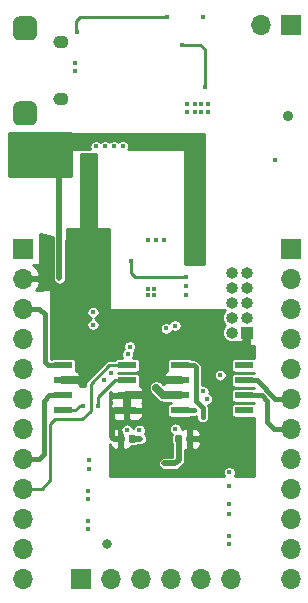
<source format=gbr>
G04 #@! TF.GenerationSoftware,KiCad,Pcbnew,(5.1.5)-3*
G04 #@! TF.CreationDate,2020-06-10T22:37:02-05:00*
G04 #@! TF.ProjectId,LuminaryVer2,4c756d69-6e61-4727-9956-6572322e6b69,rev?*
G04 #@! TF.SameCoordinates,Original*
G04 #@! TF.FileFunction,Copper,L4,Bot*
G04 #@! TF.FilePolarity,Positive*
%FSLAX46Y46*%
G04 Gerber Fmt 4.6, Leading zero omitted, Abs format (unit mm)*
G04 Created by KiCad (PCBNEW (5.1.5)-3) date 2020-06-10 22:37:02*
%MOMM*%
%LPD*%
G04 APERTURE LIST*
%ADD10R,1.550000X0.600000*%
%ADD11O,1.300000X1.100000*%
%ADD12C,0.100000*%
%ADD13O,1.700000X1.700000*%
%ADD14R,1.700000X1.700000*%
%ADD15C,0.900000*%
%ADD16O,1.000000X1.000000*%
%ADD17R,1.000000X1.000000*%
%ADD18C,0.450000*%
%ADD19C,0.800000*%
%ADD20C,0.381000*%
%ADD21C,0.508000*%
%ADD22C,0.635000*%
%ADD23C,0.254000*%
%ADD24C,0.250000*%
G04 APERTURE END LIST*
D10*
X221220000Y-84252000D03*
X221220000Y-82982000D03*
X221220000Y-81712000D03*
X221220000Y-80442000D03*
X215820000Y-80442000D03*
X215820000Y-81712000D03*
X215820000Y-82982000D03*
X215820000Y-84252000D03*
X231126000Y-84252000D03*
X231126000Y-82982000D03*
X231126000Y-81712000D03*
X231126000Y-80442000D03*
X225726000Y-80442000D03*
X225726000Y-81712000D03*
X225726000Y-82982000D03*
X225726000Y-84252000D03*
D11*
X215600000Y-57900000D03*
X215600000Y-53100000D03*
G04 #@! TA.AperFunction,ComponentPad*
D12*
G36*
X213149009Y-58102408D02*
G01*
X213197545Y-58109607D01*
X213245142Y-58121530D01*
X213291342Y-58138060D01*
X213335698Y-58159039D01*
X213377785Y-58184265D01*
X213417197Y-58213495D01*
X213453553Y-58246447D01*
X213486505Y-58282803D01*
X213515735Y-58322215D01*
X213540961Y-58364302D01*
X213561940Y-58408658D01*
X213578470Y-58454858D01*
X213590393Y-58502455D01*
X213597592Y-58550991D01*
X213600000Y-58600000D01*
X213600000Y-59600000D01*
X213597592Y-59649009D01*
X213590393Y-59697545D01*
X213578470Y-59745142D01*
X213561940Y-59791342D01*
X213540961Y-59835698D01*
X213515735Y-59877785D01*
X213486505Y-59917197D01*
X213453553Y-59953553D01*
X213417197Y-59986505D01*
X213377785Y-60015735D01*
X213335698Y-60040961D01*
X213291342Y-60061940D01*
X213245142Y-60078470D01*
X213197545Y-60090393D01*
X213149009Y-60097592D01*
X213100000Y-60100000D01*
X212100000Y-60100000D01*
X212050991Y-60097592D01*
X212002455Y-60090393D01*
X211954858Y-60078470D01*
X211908658Y-60061940D01*
X211864302Y-60040961D01*
X211822215Y-60015735D01*
X211782803Y-59986505D01*
X211746447Y-59953553D01*
X211713495Y-59917197D01*
X211684265Y-59877785D01*
X211659039Y-59835698D01*
X211638060Y-59791342D01*
X211621530Y-59745142D01*
X211609607Y-59697545D01*
X211602408Y-59649009D01*
X211600000Y-59600000D01*
X211600000Y-58600000D01*
X211602408Y-58550991D01*
X211609607Y-58502455D01*
X211621530Y-58454858D01*
X211638060Y-58408658D01*
X211659039Y-58364302D01*
X211684265Y-58322215D01*
X211713495Y-58282803D01*
X211746447Y-58246447D01*
X211782803Y-58213495D01*
X211822215Y-58184265D01*
X211864302Y-58159039D01*
X211908658Y-58138060D01*
X211954858Y-58121530D01*
X212002455Y-58109607D01*
X212050991Y-58102408D01*
X212100000Y-58100000D01*
X213100000Y-58100000D01*
X213149009Y-58102408D01*
G37*
G04 #@! TD.AperFunction*
G04 #@! TA.AperFunction,ComponentPad*
G36*
X213149009Y-50902408D02*
G01*
X213197545Y-50909607D01*
X213245142Y-50921530D01*
X213291342Y-50938060D01*
X213335698Y-50959039D01*
X213377785Y-50984265D01*
X213417197Y-51013495D01*
X213453553Y-51046447D01*
X213486505Y-51082803D01*
X213515735Y-51122215D01*
X213540961Y-51164302D01*
X213561940Y-51208658D01*
X213578470Y-51254858D01*
X213590393Y-51302455D01*
X213597592Y-51350991D01*
X213600000Y-51400000D01*
X213600000Y-52400000D01*
X213597592Y-52449009D01*
X213590393Y-52497545D01*
X213578470Y-52545142D01*
X213561940Y-52591342D01*
X213540961Y-52635698D01*
X213515735Y-52677785D01*
X213486505Y-52717197D01*
X213453553Y-52753553D01*
X213417197Y-52786505D01*
X213377785Y-52815735D01*
X213335698Y-52840961D01*
X213291342Y-52861940D01*
X213245142Y-52878470D01*
X213197545Y-52890393D01*
X213149009Y-52897592D01*
X213100000Y-52900000D01*
X212100000Y-52900000D01*
X212050991Y-52897592D01*
X212002455Y-52890393D01*
X211954858Y-52878470D01*
X211908658Y-52861940D01*
X211864302Y-52840961D01*
X211822215Y-52815735D01*
X211782803Y-52786505D01*
X211746447Y-52753553D01*
X211713495Y-52717197D01*
X211684265Y-52677785D01*
X211659039Y-52635698D01*
X211638060Y-52591342D01*
X211621530Y-52545142D01*
X211609607Y-52497545D01*
X211602408Y-52449009D01*
X211600000Y-52400000D01*
X211600000Y-51400000D01*
X211602408Y-51350991D01*
X211609607Y-51302455D01*
X211621530Y-51254858D01*
X211638060Y-51208658D01*
X211659039Y-51164302D01*
X211684265Y-51122215D01*
X211713495Y-51082803D01*
X211746447Y-51046447D01*
X211782803Y-51013495D01*
X211822215Y-50984265D01*
X211864302Y-50959039D01*
X211908658Y-50938060D01*
X211954858Y-50921530D01*
X212002455Y-50909607D01*
X212050991Y-50902408D01*
X212100000Y-50900000D01*
X213100000Y-50900000D01*
X213149009Y-50902408D01*
G37*
G04 #@! TD.AperFunction*
D13*
X235100000Y-98500000D03*
X235100000Y-95960000D03*
X235100000Y-93420000D03*
X235100000Y-90880000D03*
X235100000Y-88340000D03*
X235100000Y-85800000D03*
X235100000Y-83260000D03*
X235100000Y-80720000D03*
X235100000Y-78180000D03*
X235100000Y-75640000D03*
X235100000Y-73100000D03*
D14*
X235100000Y-70560000D03*
D13*
X212400000Y-98500000D03*
X212400000Y-95960000D03*
X212400000Y-93420000D03*
X212400000Y-90880000D03*
X212400000Y-88340000D03*
X212400000Y-85800000D03*
X212400000Y-83260000D03*
X212400000Y-80720000D03*
X212400000Y-78180000D03*
X212400000Y-75640000D03*
X212400000Y-73100000D03*
D14*
X212400000Y-70560000D03*
D15*
X234900000Y-59300000D03*
D13*
X232600000Y-51600000D03*
D14*
X235140000Y-51600000D03*
D13*
X230077000Y-98500000D03*
X227537000Y-98500000D03*
X224997000Y-98500000D03*
X222457000Y-98500000D03*
X219917000Y-98500000D03*
D14*
X217377000Y-98500000D03*
D16*
X230080000Y-72595000D03*
X231350000Y-72595000D03*
X230080000Y-73865000D03*
X231350000Y-73865000D03*
X230080000Y-75135000D03*
X231350000Y-75135000D03*
X230080000Y-76405000D03*
X231350000Y-76405000D03*
X230080000Y-77675000D03*
D17*
X231350000Y-77675000D03*
G04 #@! TA.AperFunction,SMDPad,CuDef*
D12*
G36*
X226723458Y-86345710D02*
G01*
X226737776Y-86347834D01*
X226751817Y-86351351D01*
X226765446Y-86356228D01*
X226778531Y-86362417D01*
X226790947Y-86369858D01*
X226802573Y-86378481D01*
X226813298Y-86388202D01*
X226823019Y-86398927D01*
X226831642Y-86410553D01*
X226839083Y-86422969D01*
X226845272Y-86436054D01*
X226850149Y-86449683D01*
X226853666Y-86463724D01*
X226855790Y-86478042D01*
X226856500Y-86492500D01*
X226856500Y-86837500D01*
X226855790Y-86851958D01*
X226853666Y-86866276D01*
X226850149Y-86880317D01*
X226845272Y-86893946D01*
X226839083Y-86907031D01*
X226831642Y-86919447D01*
X226823019Y-86931073D01*
X226813298Y-86941798D01*
X226802573Y-86951519D01*
X226790947Y-86960142D01*
X226778531Y-86967583D01*
X226765446Y-86973772D01*
X226751817Y-86978649D01*
X226737776Y-86982166D01*
X226723458Y-86984290D01*
X226709000Y-86985000D01*
X226414000Y-86985000D01*
X226399542Y-86984290D01*
X226385224Y-86982166D01*
X226371183Y-86978649D01*
X226357554Y-86973772D01*
X226344469Y-86967583D01*
X226332053Y-86960142D01*
X226320427Y-86951519D01*
X226309702Y-86941798D01*
X226299981Y-86931073D01*
X226291358Y-86919447D01*
X226283917Y-86907031D01*
X226277728Y-86893946D01*
X226272851Y-86880317D01*
X226269334Y-86866276D01*
X226267210Y-86851958D01*
X226266500Y-86837500D01*
X226266500Y-86492500D01*
X226267210Y-86478042D01*
X226269334Y-86463724D01*
X226272851Y-86449683D01*
X226277728Y-86436054D01*
X226283917Y-86422969D01*
X226291358Y-86410553D01*
X226299981Y-86398927D01*
X226309702Y-86388202D01*
X226320427Y-86378481D01*
X226332053Y-86369858D01*
X226344469Y-86362417D01*
X226357554Y-86356228D01*
X226371183Y-86351351D01*
X226385224Y-86347834D01*
X226399542Y-86345710D01*
X226414000Y-86345000D01*
X226709000Y-86345000D01*
X226723458Y-86345710D01*
G37*
G04 #@! TD.AperFunction*
G04 #@! TA.AperFunction,SMDPad,CuDef*
G36*
X225753458Y-86345710D02*
G01*
X225767776Y-86347834D01*
X225781817Y-86351351D01*
X225795446Y-86356228D01*
X225808531Y-86362417D01*
X225820947Y-86369858D01*
X225832573Y-86378481D01*
X225843298Y-86388202D01*
X225853019Y-86398927D01*
X225861642Y-86410553D01*
X225869083Y-86422969D01*
X225875272Y-86436054D01*
X225880149Y-86449683D01*
X225883666Y-86463724D01*
X225885790Y-86478042D01*
X225886500Y-86492500D01*
X225886500Y-86837500D01*
X225885790Y-86851958D01*
X225883666Y-86866276D01*
X225880149Y-86880317D01*
X225875272Y-86893946D01*
X225869083Y-86907031D01*
X225861642Y-86919447D01*
X225853019Y-86931073D01*
X225843298Y-86941798D01*
X225832573Y-86951519D01*
X225820947Y-86960142D01*
X225808531Y-86967583D01*
X225795446Y-86973772D01*
X225781817Y-86978649D01*
X225767776Y-86982166D01*
X225753458Y-86984290D01*
X225739000Y-86985000D01*
X225444000Y-86985000D01*
X225429542Y-86984290D01*
X225415224Y-86982166D01*
X225401183Y-86978649D01*
X225387554Y-86973772D01*
X225374469Y-86967583D01*
X225362053Y-86960142D01*
X225350427Y-86951519D01*
X225339702Y-86941798D01*
X225329981Y-86931073D01*
X225321358Y-86919447D01*
X225313917Y-86907031D01*
X225307728Y-86893946D01*
X225302851Y-86880317D01*
X225299334Y-86866276D01*
X225297210Y-86851958D01*
X225296500Y-86837500D01*
X225296500Y-86492500D01*
X225297210Y-86478042D01*
X225299334Y-86463724D01*
X225302851Y-86449683D01*
X225307728Y-86436054D01*
X225313917Y-86422969D01*
X225321358Y-86410553D01*
X225329981Y-86398927D01*
X225339702Y-86388202D01*
X225350427Y-86378481D01*
X225362053Y-86369858D01*
X225374469Y-86362417D01*
X225387554Y-86356228D01*
X225401183Y-86351351D01*
X225415224Y-86347834D01*
X225429542Y-86345710D01*
X225444000Y-86345000D01*
X225739000Y-86345000D01*
X225753458Y-86345710D01*
G37*
G04 #@! TD.AperFunction*
G04 #@! TA.AperFunction,SMDPad,CuDef*
G36*
X220863958Y-86345710D02*
G01*
X220878276Y-86347834D01*
X220892317Y-86351351D01*
X220905946Y-86356228D01*
X220919031Y-86362417D01*
X220931447Y-86369858D01*
X220943073Y-86378481D01*
X220953798Y-86388202D01*
X220963519Y-86398927D01*
X220972142Y-86410553D01*
X220979583Y-86422969D01*
X220985772Y-86436054D01*
X220990649Y-86449683D01*
X220994166Y-86463724D01*
X220996290Y-86478042D01*
X220997000Y-86492500D01*
X220997000Y-86837500D01*
X220996290Y-86851958D01*
X220994166Y-86866276D01*
X220990649Y-86880317D01*
X220985772Y-86893946D01*
X220979583Y-86907031D01*
X220972142Y-86919447D01*
X220963519Y-86931073D01*
X220953798Y-86941798D01*
X220943073Y-86951519D01*
X220931447Y-86960142D01*
X220919031Y-86967583D01*
X220905946Y-86973772D01*
X220892317Y-86978649D01*
X220878276Y-86982166D01*
X220863958Y-86984290D01*
X220849500Y-86985000D01*
X220554500Y-86985000D01*
X220540042Y-86984290D01*
X220525724Y-86982166D01*
X220511683Y-86978649D01*
X220498054Y-86973772D01*
X220484969Y-86967583D01*
X220472553Y-86960142D01*
X220460927Y-86951519D01*
X220450202Y-86941798D01*
X220440481Y-86931073D01*
X220431858Y-86919447D01*
X220424417Y-86907031D01*
X220418228Y-86893946D01*
X220413351Y-86880317D01*
X220409834Y-86866276D01*
X220407710Y-86851958D01*
X220407000Y-86837500D01*
X220407000Y-86492500D01*
X220407710Y-86478042D01*
X220409834Y-86463724D01*
X220413351Y-86449683D01*
X220418228Y-86436054D01*
X220424417Y-86422969D01*
X220431858Y-86410553D01*
X220440481Y-86398927D01*
X220450202Y-86388202D01*
X220460927Y-86378481D01*
X220472553Y-86369858D01*
X220484969Y-86362417D01*
X220498054Y-86356228D01*
X220511683Y-86351351D01*
X220525724Y-86347834D01*
X220540042Y-86345710D01*
X220554500Y-86345000D01*
X220849500Y-86345000D01*
X220863958Y-86345710D01*
G37*
G04 #@! TD.AperFunction*
G04 #@! TA.AperFunction,SMDPad,CuDef*
G36*
X221833958Y-86345710D02*
G01*
X221848276Y-86347834D01*
X221862317Y-86351351D01*
X221875946Y-86356228D01*
X221889031Y-86362417D01*
X221901447Y-86369858D01*
X221913073Y-86378481D01*
X221923798Y-86388202D01*
X221933519Y-86398927D01*
X221942142Y-86410553D01*
X221949583Y-86422969D01*
X221955772Y-86436054D01*
X221960649Y-86449683D01*
X221964166Y-86463724D01*
X221966290Y-86478042D01*
X221967000Y-86492500D01*
X221967000Y-86837500D01*
X221966290Y-86851958D01*
X221964166Y-86866276D01*
X221960649Y-86880317D01*
X221955772Y-86893946D01*
X221949583Y-86907031D01*
X221942142Y-86919447D01*
X221933519Y-86931073D01*
X221923798Y-86941798D01*
X221913073Y-86951519D01*
X221901447Y-86960142D01*
X221889031Y-86967583D01*
X221875946Y-86973772D01*
X221862317Y-86978649D01*
X221848276Y-86982166D01*
X221833958Y-86984290D01*
X221819500Y-86985000D01*
X221524500Y-86985000D01*
X221510042Y-86984290D01*
X221495724Y-86982166D01*
X221481683Y-86978649D01*
X221468054Y-86973772D01*
X221454969Y-86967583D01*
X221442553Y-86960142D01*
X221430927Y-86951519D01*
X221420202Y-86941798D01*
X221410481Y-86931073D01*
X221401858Y-86919447D01*
X221394417Y-86907031D01*
X221388228Y-86893946D01*
X221383351Y-86880317D01*
X221379834Y-86866276D01*
X221377710Y-86851958D01*
X221377000Y-86837500D01*
X221377000Y-86492500D01*
X221377710Y-86478042D01*
X221379834Y-86463724D01*
X221383351Y-86449683D01*
X221388228Y-86436054D01*
X221394417Y-86422969D01*
X221401858Y-86410553D01*
X221410481Y-86398927D01*
X221420202Y-86388202D01*
X221430927Y-86378481D01*
X221442553Y-86369858D01*
X221454969Y-86362417D01*
X221468054Y-86356228D01*
X221481683Y-86351351D01*
X221495724Y-86347834D01*
X221510042Y-86345710D01*
X221524500Y-86345000D01*
X221819500Y-86345000D01*
X221833958Y-86345710D01*
G37*
G04 #@! TD.AperFunction*
D18*
X224450000Y-83000000D03*
X224050000Y-82700000D03*
X223500000Y-74000000D03*
X223500000Y-74500000D03*
X223000000Y-74500000D03*
X223000000Y-74000000D03*
X229900000Y-94900000D03*
X217950000Y-91100000D03*
X217900000Y-93600000D03*
D19*
X219510000Y-95560000D03*
D18*
X227700000Y-50950000D03*
X233800000Y-63100000D03*
X226350000Y-58350000D03*
X226950000Y-58350000D03*
X227500000Y-58350000D03*
X228100000Y-58350000D03*
X218600000Y-61900000D03*
X219350000Y-61900000D03*
X220100000Y-61900000D03*
X220850000Y-61900000D03*
X226350000Y-59000000D03*
X226950000Y-59000000D03*
X227500000Y-59000000D03*
X228100000Y-59000000D03*
X217978682Y-88447971D03*
X224550000Y-77325000D03*
X225300000Y-77075000D03*
X222350000Y-86650000D03*
X224400000Y-88750000D03*
X223700000Y-69800000D03*
X223050000Y-69800000D03*
X224400000Y-69800000D03*
X223700004Y-82350004D03*
X229900000Y-89499994D03*
X229900000Y-92200000D03*
X217450000Y-64150000D03*
X218450000Y-64150000D03*
X218450000Y-63400000D03*
X218450000Y-62750000D03*
X217450000Y-62750000D03*
X217950000Y-64150000D03*
X217950000Y-63400000D03*
X217950000Y-62750000D03*
X217450000Y-63400000D03*
X218000000Y-69050000D03*
X218000000Y-70475000D03*
X219600000Y-70475000D03*
X219600000Y-69050000D03*
X216300000Y-70475000D03*
X216300000Y-69050000D03*
X216300000Y-69750000D03*
X219600000Y-69750000D03*
X218000000Y-69750000D03*
X222350000Y-78050000D03*
X218050000Y-79800000D03*
X224400000Y-87500000D03*
X218747990Y-83850000D03*
X218350000Y-77000000D03*
X218350000Y-75950000D03*
X221281022Y-79491748D03*
X216050000Y-61950000D03*
X224600000Y-50950000D03*
X216962500Y-52242500D03*
X215512500Y-73037500D03*
X215512500Y-61412500D03*
X226450000Y-71200000D03*
X226450000Y-71750000D03*
X227500000Y-71750000D03*
X227500000Y-71200000D03*
X211350000Y-60950000D03*
X212050000Y-60950000D03*
X212750000Y-60950000D03*
X215512500Y-61937500D03*
X216050000Y-61400000D03*
X227663140Y-82644690D03*
X227968535Y-83312127D03*
X217900000Y-94300000D03*
X219900000Y-81075000D03*
X217950000Y-91750000D03*
X219278049Y-81718993D03*
X218000000Y-89200000D03*
X221225000Y-85900000D03*
X226875000Y-84249998D03*
X227625000Y-84800000D03*
X217500000Y-83850000D03*
X221450000Y-78850002D03*
X225900000Y-53300000D03*
X227799998Y-56850000D03*
X229125000Y-81275000D03*
X229853839Y-90683366D03*
X229900000Y-93050000D03*
X225325000Y-85825000D03*
X229900000Y-95550000D03*
X222275000Y-85925000D03*
X221600000Y-71600000D03*
X226200000Y-72950000D03*
X226200000Y-73700000D03*
X216850000Y-54850000D03*
X226200000Y-74450000D03*
X216850000Y-55500000D03*
D20*
X213790000Y-75640000D02*
X212400000Y-75640000D01*
X214250000Y-76100000D02*
X213790000Y-75640000D01*
X214250000Y-80150000D02*
X214250000Y-76100000D01*
X215820000Y-80442000D02*
X214542000Y-80442000D01*
X214542000Y-80442000D02*
X214250000Y-80150000D01*
D21*
X221967000Y-86665000D02*
X221982000Y-86650000D01*
X221672000Y-86665000D02*
X221967000Y-86665000D01*
X221982000Y-86650000D02*
X222350000Y-86650000D01*
X225591500Y-86665000D02*
X225591500Y-88458500D01*
X225591500Y-88458500D02*
X225300000Y-88750000D01*
X225300000Y-88750000D02*
X224400000Y-88750000D01*
D22*
X224200000Y-82866000D02*
X224200000Y-82850000D01*
X224316000Y-82982000D02*
X223700004Y-82366004D01*
X223925003Y-82575003D02*
X223700004Y-82350004D01*
X223700004Y-82366004D02*
X223700004Y-82350004D01*
X224200000Y-82850000D02*
X223925003Y-82575003D01*
X225726000Y-82982000D02*
X224316000Y-82982000D01*
D20*
X220725000Y-86688000D02*
X220702000Y-86665000D01*
D22*
X217388000Y-81712000D02*
X215820000Y-81712000D01*
X218000000Y-81100000D02*
X217388000Y-81712000D01*
X221220000Y-84252000D02*
X221220000Y-82982000D01*
X218000000Y-78100000D02*
X218000000Y-81100000D01*
X222992501Y-78692501D02*
X231092501Y-78692501D01*
X222350000Y-78050000D02*
X222992501Y-78692501D01*
X231350000Y-78435002D02*
X231350000Y-77675000D01*
X231092501Y-78692501D02*
X231350000Y-78435002D01*
D21*
X219937000Y-84513000D02*
X220198000Y-84252000D01*
X220198000Y-84252000D02*
X221220000Y-84252000D01*
X219937000Y-86487000D02*
X219937000Y-84513000D01*
X220702000Y-86665000D02*
X220115000Y-86665000D01*
X220115000Y-86665000D02*
X219937000Y-86487000D01*
D22*
X224300000Y-85100000D02*
X224316000Y-87634000D01*
D21*
X224345999Y-85145999D02*
X224300000Y-85100000D01*
X226561500Y-86665000D02*
X226561500Y-85561500D01*
X226145999Y-85145999D02*
X224345999Y-85145999D01*
X226561500Y-85561500D02*
X226145999Y-85145999D01*
D22*
X218274999Y-77825001D02*
X218000000Y-78100000D01*
X222125001Y-77825001D02*
X218274999Y-77825001D01*
X222350000Y-78050000D02*
X222125001Y-77825001D01*
X222350000Y-78050000D02*
X223000000Y-78700000D01*
X223000000Y-78700000D02*
X223000000Y-81750000D01*
X225726000Y-81712000D02*
X224316000Y-81712000D01*
X224316000Y-81712000D02*
X224118990Y-81514990D01*
X224118990Y-81514990D02*
X223235010Y-81514990D01*
X223235010Y-81514990D02*
X223000000Y-81750000D01*
X222850000Y-83650000D02*
X224300000Y-85100000D01*
X222850000Y-82800000D02*
X222850000Y-83650000D01*
X223000000Y-81750000D02*
X222850000Y-81900000D01*
X222850000Y-81900000D02*
X222850000Y-82800000D01*
X222668000Y-82982000D02*
X222850000Y-82800000D01*
X221220000Y-82982000D02*
X222668000Y-82982000D01*
X218000000Y-69750000D02*
X217400000Y-70350000D01*
X217400000Y-77500000D02*
X218000000Y-78100000D01*
X217400000Y-70350000D02*
X217400000Y-77500000D01*
D23*
X218747990Y-83155010D02*
X218747990Y-83850000D01*
X221220000Y-81712000D02*
X220191000Y-81712000D01*
X220191000Y-81712000D02*
X218747990Y-83155010D01*
X214020000Y-90880000D02*
X212400000Y-90880000D01*
X214717510Y-90182490D02*
X214020000Y-90880000D01*
X215150000Y-85000000D02*
X214717510Y-85432490D01*
X219738080Y-80442000D02*
X218150000Y-82030080D01*
X221220000Y-80442000D02*
X219738080Y-80442000D01*
X214717510Y-85432490D02*
X214717510Y-90182490D01*
X218150000Y-82030080D02*
X218150000Y-84300000D01*
X218150000Y-84300000D02*
X217450000Y-85000000D01*
X217450000Y-85000000D02*
X215150000Y-85000000D01*
D20*
X214664000Y-82982000D02*
X214200000Y-83446000D01*
X215820000Y-82982000D02*
X214664000Y-82982000D01*
X214200000Y-83446000D02*
X214200000Y-87950000D01*
X213810000Y-88340000D02*
X212400000Y-88340000D01*
X214200000Y-87950000D02*
X213810000Y-88340000D01*
X233650000Y-85800000D02*
X235100000Y-85800000D01*
X233125000Y-85275000D02*
X233650000Y-85800000D01*
X231126000Y-82982000D02*
X232632000Y-82982000D01*
X233125000Y-83475000D02*
X233125000Y-85275000D01*
X232632000Y-82982000D02*
X233125000Y-83475000D01*
X233785000Y-83260000D02*
X235100000Y-83260000D01*
X231126000Y-81712000D02*
X232237000Y-81712000D01*
X232237000Y-81712000D02*
X233785000Y-83260000D01*
D24*
X224600000Y-50950000D02*
X217250000Y-50950000D01*
X217250000Y-50950000D02*
X216950000Y-51250000D01*
X216950000Y-51250000D02*
X216950000Y-52230000D01*
X216950000Y-52230000D02*
X216962500Y-52242500D01*
D21*
X215512500Y-73037500D02*
X215512500Y-61937500D01*
X215512500Y-61412500D02*
X215512500Y-61412500D01*
X215512500Y-61937500D02*
X215512500Y-61412500D01*
D20*
X225728002Y-84249998D02*
X226556802Y-84249998D01*
X225726000Y-84252000D02*
X225728002Y-84249998D01*
X226556802Y-84249998D02*
X226875000Y-84249998D01*
X226882000Y-80442000D02*
X227047639Y-80607639D01*
X227625000Y-84481802D02*
X227625000Y-84800000D01*
X227047639Y-83486697D02*
X227625000Y-84064058D01*
X227625000Y-84064058D02*
X227625000Y-84481802D01*
X225726000Y-80442000D02*
X226882000Y-80442000D01*
X227047639Y-80607639D02*
X227047639Y-83486697D01*
D23*
X216849000Y-84252000D02*
X217251000Y-83850000D01*
X215820000Y-84252000D02*
X216849000Y-84252000D01*
X217251000Y-83850000D02*
X217500000Y-83850000D01*
D24*
X227799998Y-53699998D02*
X227799998Y-56850000D01*
X225900000Y-53300000D02*
X227400000Y-53300000D01*
X227400000Y-53300000D02*
X227799998Y-53699998D01*
D23*
X221600000Y-71600000D02*
X221600000Y-72500000D01*
X221600000Y-72500000D02*
X221600000Y-72650000D01*
X221600000Y-72650000D02*
X221900000Y-72950000D01*
X221900000Y-72950000D02*
X226200000Y-72950000D01*
G36*
X216473000Y-60801424D02*
G01*
X216473000Y-64397421D01*
X211227000Y-64373576D01*
X211227000Y-60777579D01*
X216473000Y-60801424D01*
G37*
X216473000Y-60801424D02*
X216473000Y-64397421D01*
X211227000Y-64373576D01*
X211227000Y-60777579D01*
X216473000Y-60801424D01*
G36*
X218573000Y-68750000D02*
G01*
X218575440Y-68774776D01*
X218582667Y-68798601D01*
X218594403Y-68820557D01*
X218610197Y-68839803D01*
X218629443Y-68855597D01*
X218651399Y-68867333D01*
X218675224Y-68874560D01*
X218700000Y-68877000D01*
X219723000Y-68877000D01*
X219723000Y-70623000D01*
X216177000Y-70623000D01*
X216177000Y-68877000D01*
X217200000Y-68877000D01*
X217224776Y-68874560D01*
X217248601Y-68867333D01*
X217270557Y-68855597D01*
X217289803Y-68839803D01*
X217305597Y-68820557D01*
X217317333Y-68798601D01*
X217324560Y-68774776D01*
X217327000Y-68750000D01*
X217327000Y-62577000D01*
X218573000Y-62577000D01*
X218573000Y-68750000D01*
G37*
X218573000Y-68750000D02*
X218575440Y-68774776D01*
X218582667Y-68798601D01*
X218594403Y-68820557D01*
X218610197Y-68839803D01*
X218629443Y-68855597D01*
X218651399Y-68867333D01*
X218675224Y-68874560D01*
X218700000Y-68877000D01*
X219723000Y-68877000D01*
X219723000Y-70623000D01*
X216177000Y-70623000D01*
X216177000Y-68877000D01*
X217200000Y-68877000D01*
X217224776Y-68874560D01*
X217248601Y-68867333D01*
X217270557Y-68855597D01*
X217289803Y-68839803D01*
X217305597Y-68820557D01*
X217317333Y-68798601D01*
X217324560Y-68774776D01*
X217327000Y-68750000D01*
X217327000Y-62577000D01*
X218573000Y-62577000D01*
X218573000Y-68750000D01*
G36*
X227723000Y-60876491D02*
G01*
X227723000Y-71873000D01*
X226177000Y-71873000D01*
X226177000Y-62275000D01*
X226174560Y-62250224D01*
X226167333Y-62226399D01*
X226155597Y-62204443D01*
X226139803Y-62185197D01*
X226120557Y-62169403D01*
X226098601Y-62157667D01*
X226074776Y-62150440D01*
X226050593Y-62148001D01*
X221353846Y-62126053D01*
X221380787Y-62061012D01*
X221402000Y-61954367D01*
X221402000Y-61845633D01*
X221380787Y-61738988D01*
X221339176Y-61638530D01*
X221278766Y-61548120D01*
X221201880Y-61471234D01*
X221111470Y-61410824D01*
X221011012Y-61369213D01*
X220904367Y-61348000D01*
X220795633Y-61348000D01*
X220688988Y-61369213D01*
X220588530Y-61410824D01*
X220498120Y-61471234D01*
X220475000Y-61494354D01*
X220451880Y-61471234D01*
X220361470Y-61410824D01*
X220261012Y-61369213D01*
X220154367Y-61348000D01*
X220045633Y-61348000D01*
X219938988Y-61369213D01*
X219838530Y-61410824D01*
X219748120Y-61471234D01*
X219725000Y-61494354D01*
X219701880Y-61471234D01*
X219611470Y-61410824D01*
X219511012Y-61369213D01*
X219404367Y-61348000D01*
X219295633Y-61348000D01*
X219188988Y-61369213D01*
X219088530Y-61410824D01*
X218998120Y-61471234D01*
X218975000Y-61494354D01*
X218951880Y-61471234D01*
X218861470Y-61410824D01*
X218761012Y-61369213D01*
X218654367Y-61348000D01*
X218545633Y-61348000D01*
X218438988Y-61369213D01*
X218338530Y-61410824D01*
X218248120Y-61471234D01*
X218171234Y-61548120D01*
X218110824Y-61638530D01*
X218069213Y-61738988D01*
X218048000Y-61845633D01*
X218048000Y-61954367D01*
X218069213Y-62061012D01*
X218089836Y-62110801D01*
X215481212Y-62098611D01*
X215522888Y-60827495D01*
X227723000Y-60876491D01*
G37*
X227723000Y-60876491D02*
X227723000Y-71873000D01*
X226177000Y-71873000D01*
X226177000Y-62275000D01*
X226174560Y-62250224D01*
X226167333Y-62226399D01*
X226155597Y-62204443D01*
X226139803Y-62185197D01*
X226120557Y-62169403D01*
X226098601Y-62157667D01*
X226074776Y-62150440D01*
X226050593Y-62148001D01*
X221353846Y-62126053D01*
X221380787Y-62061012D01*
X221402000Y-61954367D01*
X221402000Y-61845633D01*
X221380787Y-61738988D01*
X221339176Y-61638530D01*
X221278766Y-61548120D01*
X221201880Y-61471234D01*
X221111470Y-61410824D01*
X221011012Y-61369213D01*
X220904367Y-61348000D01*
X220795633Y-61348000D01*
X220688988Y-61369213D01*
X220588530Y-61410824D01*
X220498120Y-61471234D01*
X220475000Y-61494354D01*
X220451880Y-61471234D01*
X220361470Y-61410824D01*
X220261012Y-61369213D01*
X220154367Y-61348000D01*
X220045633Y-61348000D01*
X219938988Y-61369213D01*
X219838530Y-61410824D01*
X219748120Y-61471234D01*
X219725000Y-61494354D01*
X219701880Y-61471234D01*
X219611470Y-61410824D01*
X219511012Y-61369213D01*
X219404367Y-61348000D01*
X219295633Y-61348000D01*
X219188988Y-61369213D01*
X219088530Y-61410824D01*
X218998120Y-61471234D01*
X218975000Y-61494354D01*
X218951880Y-61471234D01*
X218861470Y-61410824D01*
X218761012Y-61369213D01*
X218654367Y-61348000D01*
X218545633Y-61348000D01*
X218438988Y-61369213D01*
X218338530Y-61410824D01*
X218248120Y-61471234D01*
X218171234Y-61548120D01*
X218110824Y-61638530D01*
X218069213Y-61738988D01*
X218048000Y-61845633D01*
X218048000Y-61954367D01*
X218069213Y-62061012D01*
X218089836Y-62110801D01*
X215481212Y-62098611D01*
X215522888Y-60827495D01*
X227723000Y-60876491D01*
G36*
X214931500Y-69560591D02*
G01*
X214931500Y-73066039D01*
X214939907Y-73151395D01*
X214973129Y-73260914D01*
X215027079Y-73361847D01*
X215099683Y-73450317D01*
X215188152Y-73522921D01*
X215289085Y-73576871D01*
X215398604Y-73610093D01*
X215512500Y-73621311D01*
X215626395Y-73610093D01*
X215735914Y-73576871D01*
X215836847Y-73522921D01*
X215925317Y-73450317D01*
X215997921Y-73361848D01*
X216051871Y-73260915D01*
X216085093Y-73151396D01*
X216093500Y-73066040D01*
X216093500Y-69825111D01*
X219723000Y-70651338D01*
X219723000Y-75600000D01*
X219725440Y-75624776D01*
X219732667Y-75648601D01*
X219744403Y-75670557D01*
X219760197Y-75689803D01*
X219779443Y-75705597D01*
X219801399Y-75717333D01*
X219825224Y-75724560D01*
X219849482Y-75726999D01*
X229542008Y-75766561D01*
X229545447Y-75770000D01*
X229437628Y-75877819D01*
X229347123Y-76013269D01*
X229284782Y-76163773D01*
X229253000Y-76323548D01*
X229253000Y-76486452D01*
X229284782Y-76646227D01*
X229347123Y-76796731D01*
X229437628Y-76932181D01*
X229545447Y-77040000D01*
X229437628Y-77147819D01*
X229347123Y-77283269D01*
X229284782Y-77433773D01*
X229253000Y-77593548D01*
X229253000Y-77756452D01*
X229284782Y-77916227D01*
X229347123Y-78066731D01*
X229437628Y-78202181D01*
X229552819Y-78317372D01*
X229688269Y-78407877D01*
X229838773Y-78470218D01*
X229998548Y-78502000D01*
X230161452Y-78502000D01*
X230290993Y-78476232D01*
X230319463Y-78529494D01*
X230398815Y-78626185D01*
X230495506Y-78705537D01*
X230605820Y-78764502D01*
X230725518Y-78800812D01*
X230850000Y-78813072D01*
X231064250Y-78810000D01*
X231223000Y-78651250D01*
X231223000Y-77802000D01*
X231203000Y-77802000D01*
X231203000Y-77548000D01*
X231223000Y-77548000D01*
X231223000Y-77528000D01*
X231477000Y-77528000D01*
X231477000Y-77548000D01*
X231497000Y-77548000D01*
X231497000Y-77802000D01*
X231477000Y-77802000D01*
X231477000Y-78651250D01*
X231635750Y-78810000D01*
X231850000Y-78813072D01*
X231973000Y-78800958D01*
X231973000Y-79822127D01*
X231965103Y-79819732D01*
X231901000Y-79813418D01*
X230351000Y-79813418D01*
X230286897Y-79819732D01*
X230225257Y-79838430D01*
X230168450Y-79868794D01*
X230118657Y-79909657D01*
X230077794Y-79959450D01*
X230047430Y-80016257D01*
X230028732Y-80077897D01*
X230022418Y-80142000D01*
X230022418Y-80742000D01*
X230028732Y-80806103D01*
X230047430Y-80867743D01*
X230077794Y-80924550D01*
X230118657Y-80974343D01*
X230168450Y-81015206D01*
X230225257Y-81045570D01*
X230286897Y-81064268D01*
X230351000Y-81070582D01*
X231901000Y-81070582D01*
X231965103Y-81064268D01*
X231973000Y-81061873D01*
X231973000Y-81092127D01*
X231965103Y-81089732D01*
X231901000Y-81083418D01*
X230351000Y-81083418D01*
X230286897Y-81089732D01*
X230225257Y-81108430D01*
X230168450Y-81138794D01*
X230118657Y-81179657D01*
X230077794Y-81229450D01*
X230047430Y-81286257D01*
X230028732Y-81347897D01*
X230022418Y-81412000D01*
X230022418Y-82012000D01*
X230028732Y-82076103D01*
X230047430Y-82137743D01*
X230077794Y-82194550D01*
X230118657Y-82244343D01*
X230168450Y-82285206D01*
X230225257Y-82315570D01*
X230286897Y-82334268D01*
X230351000Y-82340582D01*
X231901000Y-82340582D01*
X231965103Y-82334268D01*
X231973000Y-82331873D01*
X231973000Y-82362127D01*
X231965103Y-82359732D01*
X231901000Y-82353418D01*
X230351000Y-82353418D01*
X230286897Y-82359732D01*
X230225257Y-82378430D01*
X230168450Y-82408794D01*
X230118657Y-82449657D01*
X230077794Y-82499450D01*
X230047430Y-82556257D01*
X230028732Y-82617897D01*
X230022418Y-82682000D01*
X230022418Y-83282000D01*
X230028732Y-83346103D01*
X230047430Y-83407743D01*
X230077794Y-83464550D01*
X230118657Y-83514343D01*
X230168450Y-83555206D01*
X230225257Y-83585570D01*
X230286897Y-83604268D01*
X230351000Y-83610582D01*
X231901000Y-83610582D01*
X231965103Y-83604268D01*
X231973000Y-83601873D01*
X231973000Y-83632127D01*
X231965103Y-83629732D01*
X231901000Y-83623418D01*
X230351000Y-83623418D01*
X230286897Y-83629732D01*
X230225257Y-83648430D01*
X230168450Y-83678794D01*
X230118657Y-83719657D01*
X230077794Y-83769450D01*
X230047430Y-83826257D01*
X230028732Y-83887897D01*
X230022418Y-83952000D01*
X230022418Y-84552000D01*
X230028732Y-84616103D01*
X230047430Y-84677743D01*
X230077794Y-84734550D01*
X230118657Y-84784343D01*
X230168450Y-84825206D01*
X230225257Y-84855570D01*
X230286897Y-84874268D01*
X230351000Y-84880582D01*
X231901000Y-84880582D01*
X231965103Y-84874268D01*
X231973000Y-84871873D01*
X231973000Y-89822489D01*
X230352748Y-89815982D01*
X230389176Y-89761464D01*
X230430787Y-89661006D01*
X230452000Y-89554361D01*
X230452000Y-89445627D01*
X230430787Y-89338982D01*
X230389176Y-89238524D01*
X230328766Y-89148114D01*
X230251880Y-89071228D01*
X230161470Y-89010818D01*
X230061012Y-88969207D01*
X229954367Y-88947994D01*
X229845633Y-88947994D01*
X229738988Y-88969207D01*
X229638530Y-89010818D01*
X229548120Y-89071228D01*
X229471234Y-89148114D01*
X229410824Y-89238524D01*
X229369213Y-89338982D01*
X229348000Y-89445627D01*
X229348000Y-89554361D01*
X229369213Y-89661006D01*
X229410824Y-89761464D01*
X229444815Y-89812336D01*
X219777000Y-89773509D01*
X219777000Y-88750000D01*
X223816189Y-88750000D01*
X223827407Y-88863896D01*
X223860629Y-88973415D01*
X223914579Y-89074348D01*
X223987183Y-89162817D01*
X224075652Y-89235421D01*
X224176585Y-89289371D01*
X224286104Y-89322593D01*
X224371460Y-89331000D01*
X225271460Y-89331000D01*
X225300000Y-89333811D01*
X225328540Y-89331000D01*
X225413896Y-89322593D01*
X225523415Y-89289371D01*
X225624348Y-89235421D01*
X225712817Y-89162817D01*
X225731017Y-89140640D01*
X225982140Y-88889517D01*
X226004317Y-88871317D01*
X226076921Y-88782848D01*
X226130871Y-88681915D01*
X226164093Y-88572396D01*
X226172500Y-88487040D01*
X226172500Y-88487038D01*
X226175311Y-88458501D01*
X226172500Y-88429964D01*
X226172500Y-87613814D01*
X226266500Y-87623072D01*
X226275750Y-87620000D01*
X226434500Y-87461250D01*
X226434500Y-86792000D01*
X226688500Y-86792000D01*
X226688500Y-87461250D01*
X226847250Y-87620000D01*
X226856500Y-87623072D01*
X226980982Y-87610812D01*
X227100680Y-87574502D01*
X227210994Y-87515537D01*
X227307685Y-87436185D01*
X227387037Y-87339494D01*
X227446002Y-87229180D01*
X227482312Y-87109482D01*
X227494572Y-86985000D01*
X227491500Y-86950750D01*
X227332750Y-86792000D01*
X226688500Y-86792000D01*
X226434500Y-86792000D01*
X226414500Y-86792000D01*
X226414500Y-86538000D01*
X226434500Y-86538000D01*
X226434500Y-85868750D01*
X226688500Y-85868750D01*
X226688500Y-86538000D01*
X227332750Y-86538000D01*
X227491500Y-86379250D01*
X227494572Y-86345000D01*
X227482312Y-86220518D01*
X227446002Y-86100820D01*
X227387037Y-85990506D01*
X227307685Y-85893815D01*
X227210994Y-85814463D01*
X227100680Y-85755498D01*
X226980982Y-85719188D01*
X226856500Y-85706928D01*
X226847250Y-85710000D01*
X226688500Y-85868750D01*
X226434500Y-85868750D01*
X226275750Y-85710000D01*
X226266500Y-85706928D01*
X226142018Y-85719188D01*
X226022320Y-85755498D01*
X225912006Y-85814463D01*
X225877000Y-85843192D01*
X225877000Y-85770633D01*
X225855787Y-85663988D01*
X225814176Y-85563530D01*
X225753766Y-85473120D01*
X225676880Y-85396234D01*
X225586470Y-85335824D01*
X225486012Y-85294213D01*
X225379367Y-85273000D01*
X225270633Y-85273000D01*
X225163988Y-85294213D01*
X225063530Y-85335824D01*
X224973120Y-85396234D01*
X224896234Y-85473120D01*
X224835824Y-85563530D01*
X224794213Y-85663988D01*
X224773000Y-85770633D01*
X224773000Y-85879367D01*
X224794213Y-85986012D01*
X224835824Y-86086470D01*
X224896234Y-86176880D01*
X224973120Y-86253766D01*
X225018260Y-86283928D01*
X225004158Y-86310311D01*
X224977066Y-86399621D01*
X224967918Y-86492500D01*
X224967918Y-86837500D01*
X224977066Y-86930379D01*
X225004158Y-87019689D01*
X225010500Y-87031555D01*
X225010501Y-88169000D01*
X224371460Y-88169000D01*
X224286104Y-88177407D01*
X224176585Y-88210629D01*
X224075652Y-88264579D01*
X223987183Y-88337183D01*
X223914579Y-88425652D01*
X223860629Y-88526585D01*
X223827407Y-88636104D01*
X223816189Y-88750000D01*
X219777000Y-88750000D01*
X219777000Y-87066959D01*
X219781188Y-87109482D01*
X219817498Y-87229180D01*
X219876463Y-87339494D01*
X219955815Y-87436185D01*
X220052506Y-87515537D01*
X220162820Y-87574502D01*
X220282518Y-87610812D01*
X220407000Y-87623072D01*
X220416250Y-87620000D01*
X220575000Y-87461250D01*
X220575000Y-86792000D01*
X220555000Y-86792000D01*
X220555000Y-86538000D01*
X220575000Y-86538000D01*
X220575000Y-85868750D01*
X220551883Y-85845633D01*
X220673000Y-85845633D01*
X220673000Y-85954367D01*
X220694213Y-86061012D01*
X220735824Y-86161470D01*
X220796234Y-86251880D01*
X220829000Y-86284646D01*
X220829000Y-86538000D01*
X220849000Y-86538000D01*
X220849000Y-86792000D01*
X220829000Y-86792000D01*
X220829000Y-87461250D01*
X220987750Y-87620000D01*
X220997000Y-87623072D01*
X221121482Y-87610812D01*
X221241180Y-87574502D01*
X221351494Y-87515537D01*
X221448185Y-87436185D01*
X221527537Y-87339494D01*
X221541387Y-87313582D01*
X221819500Y-87313582D01*
X221912379Y-87304434D01*
X222001689Y-87277342D01*
X222074962Y-87238178D01*
X222080896Y-87237593D01*
X222102630Y-87231000D01*
X222378540Y-87231000D01*
X222463896Y-87222593D01*
X222573415Y-87189371D01*
X222674348Y-87135421D01*
X222762817Y-87062817D01*
X222835421Y-86974348D01*
X222889371Y-86873415D01*
X222922593Y-86763896D01*
X222933811Y-86650000D01*
X222922593Y-86536104D01*
X222889371Y-86426585D01*
X222835421Y-86325652D01*
X222762817Y-86237183D01*
X222741810Y-86219943D01*
X222764176Y-86186470D01*
X222805787Y-86086012D01*
X222827000Y-85979367D01*
X222827000Y-85870633D01*
X222805787Y-85763988D01*
X222764176Y-85663530D01*
X222703766Y-85573120D01*
X222626880Y-85496234D01*
X222536470Y-85435824D01*
X222436012Y-85394213D01*
X222329367Y-85373000D01*
X222220633Y-85373000D01*
X222113988Y-85394213D01*
X222013530Y-85435824D01*
X221923120Y-85496234D01*
X221846234Y-85573120D01*
X221785824Y-85663530D01*
X221755178Y-85737517D01*
X221714176Y-85638530D01*
X221653766Y-85548120D01*
X221576880Y-85471234D01*
X221486470Y-85410824D01*
X221386012Y-85369213D01*
X221279367Y-85348000D01*
X221170633Y-85348000D01*
X221063988Y-85369213D01*
X220963530Y-85410824D01*
X220873120Y-85471234D01*
X220796234Y-85548120D01*
X220735824Y-85638530D01*
X220694213Y-85738988D01*
X220673000Y-85845633D01*
X220551883Y-85845633D01*
X220416250Y-85710000D01*
X220407000Y-85706928D01*
X220282518Y-85719188D01*
X220162820Y-85755498D01*
X220052506Y-85814463D01*
X219955815Y-85893815D01*
X219876463Y-85990506D01*
X219817498Y-86100820D01*
X219781188Y-86220518D01*
X219777000Y-86263041D01*
X219777000Y-84552000D01*
X219806928Y-84552000D01*
X219819188Y-84676482D01*
X219855498Y-84796180D01*
X219914463Y-84906494D01*
X219993815Y-85003185D01*
X220090506Y-85082537D01*
X220200820Y-85141502D01*
X220320518Y-85177812D01*
X220445000Y-85190072D01*
X220934250Y-85187000D01*
X221093000Y-85028250D01*
X221093000Y-84379000D01*
X221347000Y-84379000D01*
X221347000Y-85028250D01*
X221505750Y-85187000D01*
X221995000Y-85190072D01*
X222119482Y-85177812D01*
X222239180Y-85141502D01*
X222349494Y-85082537D01*
X222446185Y-85003185D01*
X222525537Y-84906494D01*
X222584502Y-84796180D01*
X222620812Y-84676482D01*
X222633072Y-84552000D01*
X222630000Y-84537750D01*
X222471250Y-84379000D01*
X221347000Y-84379000D01*
X221093000Y-84379000D01*
X219968750Y-84379000D01*
X219810000Y-84537750D01*
X219806928Y-84552000D01*
X219777000Y-84552000D01*
X219777000Y-83282000D01*
X219806928Y-83282000D01*
X219819188Y-83406482D01*
X219855498Y-83526180D01*
X219904043Y-83617000D01*
X219855498Y-83707820D01*
X219819188Y-83827518D01*
X219806928Y-83952000D01*
X219810000Y-83966250D01*
X219968750Y-84125000D01*
X221093000Y-84125000D01*
X221093000Y-83109000D01*
X221347000Y-83109000D01*
X221347000Y-84125000D01*
X222471250Y-84125000D01*
X222630000Y-83966250D01*
X222633072Y-83952000D01*
X222620812Y-83827518D01*
X222584502Y-83707820D01*
X222535957Y-83617000D01*
X222584502Y-83526180D01*
X222620812Y-83406482D01*
X222633072Y-83282000D01*
X222630000Y-83267750D01*
X222471250Y-83109000D01*
X221347000Y-83109000D01*
X221093000Y-83109000D01*
X219968750Y-83109000D01*
X219810000Y-83267750D01*
X219806928Y-83282000D01*
X219777000Y-83282000D01*
X219777000Y-82768052D01*
X219829401Y-82715651D01*
X219968750Y-82855000D01*
X221093000Y-82855000D01*
X221093000Y-82835000D01*
X221347000Y-82835000D01*
X221347000Y-82855000D01*
X222471250Y-82855000D01*
X222630000Y-82696250D01*
X222633072Y-82682000D01*
X222620812Y-82557518D01*
X222584502Y-82437820D01*
X222537563Y-82350004D01*
X223052387Y-82350004D01*
X223053175Y-82358004D01*
X223052387Y-82366004D01*
X223055504Y-82397653D01*
X223055504Y-82397660D01*
X223062825Y-82471989D01*
X223064830Y-82492348D01*
X223101683Y-82613836D01*
X223161529Y-82725800D01*
X223242069Y-82823939D01*
X223266662Y-82844122D01*
X223721887Y-83299347D01*
X223742065Y-83323935D01*
X223766653Y-83344114D01*
X223837886Y-83415347D01*
X223858065Y-83439935D01*
X223882652Y-83460113D01*
X223882654Y-83460115D01*
X223918065Y-83489176D01*
X223956203Y-83520475D01*
X224055587Y-83573597D01*
X224068167Y-83580321D01*
X224189655Y-83617174D01*
X224201080Y-83618299D01*
X224284343Y-83626500D01*
X224284350Y-83626500D01*
X224316000Y-83629617D01*
X224347649Y-83626500D01*
X224919710Y-83626500D01*
X224886897Y-83629732D01*
X224825257Y-83648430D01*
X224768450Y-83678794D01*
X224718657Y-83719657D01*
X224677794Y-83769450D01*
X224647430Y-83826257D01*
X224628732Y-83887897D01*
X224622418Y-83952000D01*
X224622418Y-84552000D01*
X224628732Y-84616103D01*
X224647430Y-84677743D01*
X224677794Y-84734550D01*
X224718657Y-84784343D01*
X224768450Y-84825206D01*
X224825257Y-84855570D01*
X224886897Y-84874268D01*
X224951000Y-84880582D01*
X226501000Y-84880582D01*
X226565103Y-84874268D01*
X226626743Y-84855570D01*
X226683550Y-84825206D01*
X226733057Y-84784578D01*
X226820633Y-84801998D01*
X226929367Y-84801998D01*
X227036012Y-84780785D01*
X227073000Y-84765464D01*
X227073000Y-84854367D01*
X227094213Y-84961012D01*
X227135824Y-85061470D01*
X227196234Y-85151880D01*
X227273120Y-85228766D01*
X227363530Y-85289176D01*
X227463988Y-85330787D01*
X227570633Y-85352000D01*
X227679367Y-85352000D01*
X227786012Y-85330787D01*
X227886470Y-85289176D01*
X227976880Y-85228766D01*
X228053766Y-85151880D01*
X228114176Y-85061470D01*
X228155787Y-84961012D01*
X228177000Y-84854367D01*
X228177000Y-84745633D01*
X228155787Y-84638988D01*
X228142500Y-84606910D01*
X228142500Y-84089471D01*
X228145003Y-84064058D01*
X228135011Y-83962610D01*
X228133009Y-83956011D01*
X228105420Y-83865061D01*
X228097039Y-83849380D01*
X228129547Y-83842914D01*
X228230005Y-83801303D01*
X228320415Y-83740893D01*
X228397301Y-83664007D01*
X228457711Y-83573597D01*
X228499322Y-83473139D01*
X228520535Y-83366494D01*
X228520535Y-83257760D01*
X228499322Y-83151115D01*
X228457711Y-83050657D01*
X228397301Y-82960247D01*
X228320415Y-82883361D01*
X228230005Y-82822951D01*
X228193112Y-82807669D01*
X228193927Y-82805702D01*
X228215140Y-82699057D01*
X228215140Y-82590323D01*
X228193927Y-82483678D01*
X228152316Y-82383220D01*
X228091906Y-82292810D01*
X228015020Y-82215924D01*
X227924610Y-82155514D01*
X227824152Y-82113903D01*
X227717507Y-82092690D01*
X227608773Y-82092690D01*
X227565139Y-82101369D01*
X227565139Y-81220633D01*
X228573000Y-81220633D01*
X228573000Y-81329367D01*
X228594213Y-81436012D01*
X228635824Y-81536470D01*
X228696234Y-81626880D01*
X228773120Y-81703766D01*
X228863530Y-81764176D01*
X228963988Y-81805787D01*
X229070633Y-81827000D01*
X229179367Y-81827000D01*
X229286012Y-81805787D01*
X229386470Y-81764176D01*
X229476880Y-81703766D01*
X229553766Y-81626880D01*
X229614176Y-81536470D01*
X229655787Y-81436012D01*
X229677000Y-81329367D01*
X229677000Y-81220633D01*
X229655787Y-81113988D01*
X229614176Y-81013530D01*
X229553766Y-80923120D01*
X229476880Y-80846234D01*
X229386470Y-80785824D01*
X229286012Y-80744213D01*
X229179367Y-80723000D01*
X229070633Y-80723000D01*
X228963988Y-80744213D01*
X228863530Y-80785824D01*
X228773120Y-80846234D01*
X228696234Y-80923120D01*
X228635824Y-81013530D01*
X228594213Y-81113988D01*
X228573000Y-81220633D01*
X227565139Y-81220633D01*
X227565139Y-80633052D01*
X227567642Y-80607639D01*
X227557650Y-80506191D01*
X227538178Y-80442000D01*
X227528059Y-80408642D01*
X227480006Y-80318741D01*
X227415337Y-80239941D01*
X227395586Y-80223732D01*
X227265904Y-80094049D01*
X227249698Y-80074302D01*
X227170898Y-80009633D01*
X227080997Y-79961580D01*
X226983448Y-79931989D01*
X226907413Y-79924500D01*
X226882000Y-79921997D01*
X226856587Y-79924500D01*
X226745524Y-79924500D01*
X226733343Y-79909657D01*
X226683550Y-79868794D01*
X226626743Y-79838430D01*
X226565103Y-79819732D01*
X226501000Y-79813418D01*
X224951000Y-79813418D01*
X224886897Y-79819732D01*
X224825257Y-79838430D01*
X224768450Y-79868794D01*
X224718657Y-79909657D01*
X224677794Y-79959450D01*
X224647430Y-80016257D01*
X224628732Y-80077897D01*
X224622418Y-80142000D01*
X224622418Y-80742000D01*
X224628732Y-80806103D01*
X224643906Y-80856127D01*
X224596506Y-80881463D01*
X224499815Y-80960815D01*
X224420463Y-81057506D01*
X224361498Y-81167820D01*
X224325188Y-81287518D01*
X224312928Y-81412000D01*
X224316000Y-81426250D01*
X224474750Y-81585000D01*
X225599000Y-81585000D01*
X225599000Y-81565000D01*
X225853000Y-81565000D01*
X225853000Y-81585000D01*
X225873000Y-81585000D01*
X225873000Y-81839000D01*
X225853000Y-81839000D01*
X225853000Y-81859000D01*
X225599000Y-81859000D01*
X225599000Y-81839000D01*
X224474750Y-81839000D01*
X224316000Y-81997750D01*
X224312928Y-82012000D01*
X224317240Y-82055780D01*
X224178121Y-81916661D01*
X224157939Y-81892069D01*
X224059801Y-81811529D01*
X223947837Y-81751683D01*
X223826348Y-81714830D01*
X223700004Y-81702386D01*
X223584988Y-81713714D01*
X223573660Y-81714830D01*
X223452172Y-81751683D01*
X223340208Y-81811529D01*
X223242069Y-81892069D01*
X223161529Y-81990207D01*
X223101683Y-82102171D01*
X223064830Y-82223660D01*
X223055504Y-82318347D01*
X223055504Y-82318355D01*
X223052387Y-82350004D01*
X222537563Y-82350004D01*
X222525537Y-82327506D01*
X222446185Y-82230815D01*
X222349494Y-82151463D01*
X222302094Y-82126127D01*
X222317268Y-82076103D01*
X222323582Y-82012000D01*
X222323582Y-81412000D01*
X222317268Y-81347897D01*
X222298570Y-81286257D01*
X222268206Y-81229450D01*
X222227343Y-81179657D01*
X222177550Y-81138794D01*
X222120743Y-81108430D01*
X222059103Y-81089732D01*
X221995000Y-81083418D01*
X220452000Y-81083418D01*
X220452000Y-81070582D01*
X221995000Y-81070582D01*
X222059103Y-81064268D01*
X222120743Y-81045570D01*
X222177550Y-81015206D01*
X222227343Y-80974343D01*
X222268206Y-80924550D01*
X222298570Y-80867743D01*
X222317268Y-80806103D01*
X222323582Y-80742000D01*
X222323582Y-80142000D01*
X222317268Y-80077897D01*
X222298570Y-80016257D01*
X222268206Y-79959450D01*
X222227343Y-79909657D01*
X222177550Y-79868794D01*
X222120743Y-79838430D01*
X222059103Y-79819732D01*
X221995000Y-79813418D01*
X221729974Y-79813418D01*
X221770198Y-79753218D01*
X221811809Y-79652760D01*
X221833022Y-79546115D01*
X221833022Y-79437381D01*
X221811809Y-79330736D01*
X221792797Y-79284837D01*
X221801880Y-79278768D01*
X221878766Y-79201882D01*
X221939176Y-79111472D01*
X221980787Y-79011014D01*
X222002000Y-78904369D01*
X222002000Y-78795635D01*
X221980787Y-78688990D01*
X221939176Y-78588532D01*
X221878766Y-78498122D01*
X221801880Y-78421236D01*
X221711470Y-78360826D01*
X221611012Y-78319215D01*
X221504367Y-78298002D01*
X221395633Y-78298002D01*
X221288988Y-78319215D01*
X221188530Y-78360826D01*
X221098120Y-78421236D01*
X221021234Y-78498122D01*
X220960824Y-78588532D01*
X220919213Y-78688990D01*
X220898000Y-78795635D01*
X220898000Y-78904369D01*
X220919213Y-79011014D01*
X220938225Y-79056913D01*
X220929142Y-79062982D01*
X220852256Y-79139868D01*
X220791846Y-79230278D01*
X220750235Y-79330736D01*
X220729022Y-79437381D01*
X220729022Y-79546115D01*
X220750235Y-79652760D01*
X220791846Y-79753218D01*
X220832070Y-79813418D01*
X220445000Y-79813418D01*
X220380897Y-79819732D01*
X220319257Y-79838430D01*
X220262450Y-79868794D01*
X220212657Y-79909657D01*
X220171794Y-79959450D01*
X220156534Y-79988000D01*
X219760367Y-79988000D01*
X219738079Y-79985805D01*
X219715791Y-79988000D01*
X219715785Y-79988000D01*
X219658381Y-79993654D01*
X219649080Y-79994570D01*
X219577587Y-80016257D01*
X219563501Y-80020530D01*
X219484631Y-80062687D01*
X219484629Y-80062688D01*
X219484630Y-80062688D01*
X219442056Y-80097628D01*
X219415501Y-80119421D01*
X219401290Y-80136737D01*
X217844742Y-81693286D01*
X217827421Y-81707501D01*
X217770687Y-81776632D01*
X217737351Y-81839000D01*
X217728530Y-81855502D01*
X217706725Y-81927386D01*
X217702570Y-81941082D01*
X217696000Y-82007786D01*
X217696000Y-82007792D01*
X217693805Y-82030080D01*
X217696000Y-82052368D01*
X217696000Y-82173000D01*
X217209734Y-82173000D01*
X217220812Y-82136482D01*
X217233072Y-82012000D01*
X217230000Y-81997750D01*
X217071250Y-81839000D01*
X215947000Y-81839000D01*
X215947000Y-81859000D01*
X215693000Y-81859000D01*
X215693000Y-81839000D01*
X215673000Y-81839000D01*
X215673000Y-81585000D01*
X215693000Y-81585000D01*
X215693000Y-81565000D01*
X215947000Y-81565000D01*
X215947000Y-81585000D01*
X217071250Y-81585000D01*
X217230000Y-81426250D01*
X217233072Y-81412000D01*
X217220812Y-81287518D01*
X217184502Y-81167820D01*
X217125537Y-81057506D01*
X217046185Y-80960815D01*
X216949494Y-80881463D01*
X216902094Y-80856127D01*
X216917268Y-80806103D01*
X216923582Y-80742000D01*
X216923582Y-80142000D01*
X216917268Y-80077897D01*
X216898570Y-80016257D01*
X216868206Y-79959450D01*
X216827343Y-79909657D01*
X216777550Y-79868794D01*
X216720743Y-79838430D01*
X216659103Y-79819732D01*
X216595000Y-79813418D01*
X215045000Y-79813418D01*
X214980897Y-79819732D01*
X214919257Y-79838430D01*
X214862450Y-79868794D01*
X214812657Y-79909657D01*
X214800476Y-79924500D01*
X214791576Y-79924500D01*
X214816293Y-75895633D01*
X217798000Y-75895633D01*
X217798000Y-76004367D01*
X217819213Y-76111012D01*
X217860824Y-76211470D01*
X217921234Y-76301880D01*
X217998120Y-76378766D01*
X218088530Y-76439176D01*
X218175017Y-76475000D01*
X218088530Y-76510824D01*
X217998120Y-76571234D01*
X217921234Y-76648120D01*
X217860824Y-76738530D01*
X217819213Y-76838988D01*
X217798000Y-76945633D01*
X217798000Y-77054367D01*
X217819213Y-77161012D01*
X217860824Y-77261470D01*
X217921234Y-77351880D01*
X217998120Y-77428766D01*
X218088530Y-77489176D01*
X218188988Y-77530787D01*
X218295633Y-77552000D01*
X218404367Y-77552000D01*
X218511012Y-77530787D01*
X218611470Y-77489176D01*
X218701880Y-77428766D01*
X218778766Y-77351880D01*
X218833053Y-77270633D01*
X223998000Y-77270633D01*
X223998000Y-77379367D01*
X224019213Y-77486012D01*
X224060824Y-77586470D01*
X224121234Y-77676880D01*
X224198120Y-77753766D01*
X224288530Y-77814176D01*
X224388988Y-77855787D01*
X224495633Y-77877000D01*
X224604367Y-77877000D01*
X224711012Y-77855787D01*
X224811470Y-77814176D01*
X224901880Y-77753766D01*
X224978766Y-77676880D01*
X225039176Y-77586470D01*
X225046964Y-77567669D01*
X225138988Y-77605787D01*
X225245633Y-77627000D01*
X225354367Y-77627000D01*
X225461012Y-77605787D01*
X225561470Y-77564176D01*
X225651880Y-77503766D01*
X225728766Y-77426880D01*
X225789176Y-77336470D01*
X225830787Y-77236012D01*
X225852000Y-77129367D01*
X225852000Y-77020633D01*
X225830787Y-76913988D01*
X225789176Y-76813530D01*
X225728766Y-76723120D01*
X225651880Y-76646234D01*
X225561470Y-76585824D01*
X225461012Y-76544213D01*
X225354367Y-76523000D01*
X225245633Y-76523000D01*
X225138988Y-76544213D01*
X225038530Y-76585824D01*
X224948120Y-76646234D01*
X224871234Y-76723120D01*
X224810824Y-76813530D01*
X224803036Y-76832331D01*
X224711012Y-76794213D01*
X224604367Y-76773000D01*
X224495633Y-76773000D01*
X224388988Y-76794213D01*
X224288530Y-76835824D01*
X224198120Y-76896234D01*
X224121234Y-76973120D01*
X224060824Y-77063530D01*
X224019213Y-77163988D01*
X223998000Y-77270633D01*
X218833053Y-77270633D01*
X218839176Y-77261470D01*
X218880787Y-77161012D01*
X218902000Y-77054367D01*
X218902000Y-76945633D01*
X218880787Y-76838988D01*
X218839176Y-76738530D01*
X218778766Y-76648120D01*
X218701880Y-76571234D01*
X218611470Y-76510824D01*
X218524983Y-76475000D01*
X218611470Y-76439176D01*
X218701880Y-76378766D01*
X218778766Y-76301880D01*
X218839176Y-76211470D01*
X218880787Y-76111012D01*
X218902000Y-76004367D01*
X218902000Y-75895633D01*
X218880787Y-75788988D01*
X218839176Y-75688530D01*
X218778766Y-75598120D01*
X218701880Y-75521234D01*
X218611470Y-75460824D01*
X218511012Y-75419213D01*
X218404367Y-75398000D01*
X218295633Y-75398000D01*
X218188988Y-75419213D01*
X218088530Y-75460824D01*
X217998120Y-75521234D01*
X217921234Y-75598120D01*
X217860824Y-75688530D01*
X217819213Y-75788988D01*
X217798000Y-75895633D01*
X214816293Y-75895633D01*
X214826998Y-74150779D01*
X214824709Y-74125988D01*
X214817629Y-74102120D01*
X214806028Y-74080092D01*
X214790352Y-74060750D01*
X214771204Y-74044838D01*
X214749320Y-74032968D01*
X214725540Y-74025595D01*
X214698329Y-74023011D01*
X213543884Y-74038201D01*
X213671641Y-73866920D01*
X213796825Y-73604099D01*
X213841476Y-73456890D01*
X213720155Y-73227000D01*
X212527000Y-73227000D01*
X212527000Y-73247000D01*
X212273000Y-73247000D01*
X212273000Y-73227000D01*
X212253000Y-73227000D01*
X212253000Y-72973000D01*
X212273000Y-72973000D01*
X212273000Y-72953000D01*
X212527000Y-72953000D01*
X212527000Y-72973000D01*
X213720155Y-72973000D01*
X213841476Y-72743110D01*
X213796825Y-72595901D01*
X213671641Y-72333080D01*
X213497588Y-72099731D01*
X213305959Y-71927000D01*
X213700000Y-71927000D01*
X213724776Y-71924560D01*
X213748601Y-71917333D01*
X213770557Y-71905597D01*
X213789803Y-71889803D01*
X213805597Y-71870557D01*
X213817333Y-71848601D01*
X213824560Y-71824776D01*
X213827000Y-71800000D01*
X213827000Y-69309160D01*
X214931500Y-69560591D01*
G37*
X214931500Y-69560591D02*
X214931500Y-73066039D01*
X214939907Y-73151395D01*
X214973129Y-73260914D01*
X215027079Y-73361847D01*
X215099683Y-73450317D01*
X215188152Y-73522921D01*
X215289085Y-73576871D01*
X215398604Y-73610093D01*
X215512500Y-73621311D01*
X215626395Y-73610093D01*
X215735914Y-73576871D01*
X215836847Y-73522921D01*
X215925317Y-73450317D01*
X215997921Y-73361848D01*
X216051871Y-73260915D01*
X216085093Y-73151396D01*
X216093500Y-73066040D01*
X216093500Y-69825111D01*
X219723000Y-70651338D01*
X219723000Y-75600000D01*
X219725440Y-75624776D01*
X219732667Y-75648601D01*
X219744403Y-75670557D01*
X219760197Y-75689803D01*
X219779443Y-75705597D01*
X219801399Y-75717333D01*
X219825224Y-75724560D01*
X219849482Y-75726999D01*
X229542008Y-75766561D01*
X229545447Y-75770000D01*
X229437628Y-75877819D01*
X229347123Y-76013269D01*
X229284782Y-76163773D01*
X229253000Y-76323548D01*
X229253000Y-76486452D01*
X229284782Y-76646227D01*
X229347123Y-76796731D01*
X229437628Y-76932181D01*
X229545447Y-77040000D01*
X229437628Y-77147819D01*
X229347123Y-77283269D01*
X229284782Y-77433773D01*
X229253000Y-77593548D01*
X229253000Y-77756452D01*
X229284782Y-77916227D01*
X229347123Y-78066731D01*
X229437628Y-78202181D01*
X229552819Y-78317372D01*
X229688269Y-78407877D01*
X229838773Y-78470218D01*
X229998548Y-78502000D01*
X230161452Y-78502000D01*
X230290993Y-78476232D01*
X230319463Y-78529494D01*
X230398815Y-78626185D01*
X230495506Y-78705537D01*
X230605820Y-78764502D01*
X230725518Y-78800812D01*
X230850000Y-78813072D01*
X231064250Y-78810000D01*
X231223000Y-78651250D01*
X231223000Y-77802000D01*
X231203000Y-77802000D01*
X231203000Y-77548000D01*
X231223000Y-77548000D01*
X231223000Y-77528000D01*
X231477000Y-77528000D01*
X231477000Y-77548000D01*
X231497000Y-77548000D01*
X231497000Y-77802000D01*
X231477000Y-77802000D01*
X231477000Y-78651250D01*
X231635750Y-78810000D01*
X231850000Y-78813072D01*
X231973000Y-78800958D01*
X231973000Y-79822127D01*
X231965103Y-79819732D01*
X231901000Y-79813418D01*
X230351000Y-79813418D01*
X230286897Y-79819732D01*
X230225257Y-79838430D01*
X230168450Y-79868794D01*
X230118657Y-79909657D01*
X230077794Y-79959450D01*
X230047430Y-80016257D01*
X230028732Y-80077897D01*
X230022418Y-80142000D01*
X230022418Y-80742000D01*
X230028732Y-80806103D01*
X230047430Y-80867743D01*
X230077794Y-80924550D01*
X230118657Y-80974343D01*
X230168450Y-81015206D01*
X230225257Y-81045570D01*
X230286897Y-81064268D01*
X230351000Y-81070582D01*
X231901000Y-81070582D01*
X231965103Y-81064268D01*
X231973000Y-81061873D01*
X231973000Y-81092127D01*
X231965103Y-81089732D01*
X231901000Y-81083418D01*
X230351000Y-81083418D01*
X230286897Y-81089732D01*
X230225257Y-81108430D01*
X230168450Y-81138794D01*
X230118657Y-81179657D01*
X230077794Y-81229450D01*
X230047430Y-81286257D01*
X230028732Y-81347897D01*
X230022418Y-81412000D01*
X230022418Y-82012000D01*
X230028732Y-82076103D01*
X230047430Y-82137743D01*
X230077794Y-82194550D01*
X230118657Y-82244343D01*
X230168450Y-82285206D01*
X230225257Y-82315570D01*
X230286897Y-82334268D01*
X230351000Y-82340582D01*
X231901000Y-82340582D01*
X231965103Y-82334268D01*
X231973000Y-82331873D01*
X231973000Y-82362127D01*
X231965103Y-82359732D01*
X231901000Y-82353418D01*
X230351000Y-82353418D01*
X230286897Y-82359732D01*
X230225257Y-82378430D01*
X230168450Y-82408794D01*
X230118657Y-82449657D01*
X230077794Y-82499450D01*
X230047430Y-82556257D01*
X230028732Y-82617897D01*
X230022418Y-82682000D01*
X230022418Y-83282000D01*
X230028732Y-83346103D01*
X230047430Y-83407743D01*
X230077794Y-83464550D01*
X230118657Y-83514343D01*
X230168450Y-83555206D01*
X230225257Y-83585570D01*
X230286897Y-83604268D01*
X230351000Y-83610582D01*
X231901000Y-83610582D01*
X231965103Y-83604268D01*
X231973000Y-83601873D01*
X231973000Y-83632127D01*
X231965103Y-83629732D01*
X231901000Y-83623418D01*
X230351000Y-83623418D01*
X230286897Y-83629732D01*
X230225257Y-83648430D01*
X230168450Y-83678794D01*
X230118657Y-83719657D01*
X230077794Y-83769450D01*
X230047430Y-83826257D01*
X230028732Y-83887897D01*
X230022418Y-83952000D01*
X230022418Y-84552000D01*
X230028732Y-84616103D01*
X230047430Y-84677743D01*
X230077794Y-84734550D01*
X230118657Y-84784343D01*
X230168450Y-84825206D01*
X230225257Y-84855570D01*
X230286897Y-84874268D01*
X230351000Y-84880582D01*
X231901000Y-84880582D01*
X231965103Y-84874268D01*
X231973000Y-84871873D01*
X231973000Y-89822489D01*
X230352748Y-89815982D01*
X230389176Y-89761464D01*
X230430787Y-89661006D01*
X230452000Y-89554361D01*
X230452000Y-89445627D01*
X230430787Y-89338982D01*
X230389176Y-89238524D01*
X230328766Y-89148114D01*
X230251880Y-89071228D01*
X230161470Y-89010818D01*
X230061012Y-88969207D01*
X229954367Y-88947994D01*
X229845633Y-88947994D01*
X229738988Y-88969207D01*
X229638530Y-89010818D01*
X229548120Y-89071228D01*
X229471234Y-89148114D01*
X229410824Y-89238524D01*
X229369213Y-89338982D01*
X229348000Y-89445627D01*
X229348000Y-89554361D01*
X229369213Y-89661006D01*
X229410824Y-89761464D01*
X229444815Y-89812336D01*
X219777000Y-89773509D01*
X219777000Y-88750000D01*
X223816189Y-88750000D01*
X223827407Y-88863896D01*
X223860629Y-88973415D01*
X223914579Y-89074348D01*
X223987183Y-89162817D01*
X224075652Y-89235421D01*
X224176585Y-89289371D01*
X224286104Y-89322593D01*
X224371460Y-89331000D01*
X225271460Y-89331000D01*
X225300000Y-89333811D01*
X225328540Y-89331000D01*
X225413896Y-89322593D01*
X225523415Y-89289371D01*
X225624348Y-89235421D01*
X225712817Y-89162817D01*
X225731017Y-89140640D01*
X225982140Y-88889517D01*
X226004317Y-88871317D01*
X226076921Y-88782848D01*
X226130871Y-88681915D01*
X226164093Y-88572396D01*
X226172500Y-88487040D01*
X226172500Y-88487038D01*
X226175311Y-88458501D01*
X226172500Y-88429964D01*
X226172500Y-87613814D01*
X226266500Y-87623072D01*
X226275750Y-87620000D01*
X226434500Y-87461250D01*
X226434500Y-86792000D01*
X226688500Y-86792000D01*
X226688500Y-87461250D01*
X226847250Y-87620000D01*
X226856500Y-87623072D01*
X226980982Y-87610812D01*
X227100680Y-87574502D01*
X227210994Y-87515537D01*
X227307685Y-87436185D01*
X227387037Y-87339494D01*
X227446002Y-87229180D01*
X227482312Y-87109482D01*
X227494572Y-86985000D01*
X227491500Y-86950750D01*
X227332750Y-86792000D01*
X226688500Y-86792000D01*
X226434500Y-86792000D01*
X226414500Y-86792000D01*
X226414500Y-86538000D01*
X226434500Y-86538000D01*
X226434500Y-85868750D01*
X226688500Y-85868750D01*
X226688500Y-86538000D01*
X227332750Y-86538000D01*
X227491500Y-86379250D01*
X227494572Y-86345000D01*
X227482312Y-86220518D01*
X227446002Y-86100820D01*
X227387037Y-85990506D01*
X227307685Y-85893815D01*
X227210994Y-85814463D01*
X227100680Y-85755498D01*
X226980982Y-85719188D01*
X226856500Y-85706928D01*
X226847250Y-85710000D01*
X226688500Y-85868750D01*
X226434500Y-85868750D01*
X226275750Y-85710000D01*
X226266500Y-85706928D01*
X226142018Y-85719188D01*
X226022320Y-85755498D01*
X225912006Y-85814463D01*
X225877000Y-85843192D01*
X225877000Y-85770633D01*
X225855787Y-85663988D01*
X225814176Y-85563530D01*
X225753766Y-85473120D01*
X225676880Y-85396234D01*
X225586470Y-85335824D01*
X225486012Y-85294213D01*
X225379367Y-85273000D01*
X225270633Y-85273000D01*
X225163988Y-85294213D01*
X225063530Y-85335824D01*
X224973120Y-85396234D01*
X224896234Y-85473120D01*
X224835824Y-85563530D01*
X224794213Y-85663988D01*
X224773000Y-85770633D01*
X224773000Y-85879367D01*
X224794213Y-85986012D01*
X224835824Y-86086470D01*
X224896234Y-86176880D01*
X224973120Y-86253766D01*
X225018260Y-86283928D01*
X225004158Y-86310311D01*
X224977066Y-86399621D01*
X224967918Y-86492500D01*
X224967918Y-86837500D01*
X224977066Y-86930379D01*
X225004158Y-87019689D01*
X225010500Y-87031555D01*
X225010501Y-88169000D01*
X224371460Y-88169000D01*
X224286104Y-88177407D01*
X224176585Y-88210629D01*
X224075652Y-88264579D01*
X223987183Y-88337183D01*
X223914579Y-88425652D01*
X223860629Y-88526585D01*
X223827407Y-88636104D01*
X223816189Y-88750000D01*
X219777000Y-88750000D01*
X219777000Y-87066959D01*
X219781188Y-87109482D01*
X219817498Y-87229180D01*
X219876463Y-87339494D01*
X219955815Y-87436185D01*
X220052506Y-87515537D01*
X220162820Y-87574502D01*
X220282518Y-87610812D01*
X220407000Y-87623072D01*
X220416250Y-87620000D01*
X220575000Y-87461250D01*
X220575000Y-86792000D01*
X220555000Y-86792000D01*
X220555000Y-86538000D01*
X220575000Y-86538000D01*
X220575000Y-85868750D01*
X220551883Y-85845633D01*
X220673000Y-85845633D01*
X220673000Y-85954367D01*
X220694213Y-86061012D01*
X220735824Y-86161470D01*
X220796234Y-86251880D01*
X220829000Y-86284646D01*
X220829000Y-86538000D01*
X220849000Y-86538000D01*
X220849000Y-86792000D01*
X220829000Y-86792000D01*
X220829000Y-87461250D01*
X220987750Y-87620000D01*
X220997000Y-87623072D01*
X221121482Y-87610812D01*
X221241180Y-87574502D01*
X221351494Y-87515537D01*
X221448185Y-87436185D01*
X221527537Y-87339494D01*
X221541387Y-87313582D01*
X221819500Y-87313582D01*
X221912379Y-87304434D01*
X222001689Y-87277342D01*
X222074962Y-87238178D01*
X222080896Y-87237593D01*
X222102630Y-87231000D01*
X222378540Y-87231000D01*
X222463896Y-87222593D01*
X222573415Y-87189371D01*
X222674348Y-87135421D01*
X222762817Y-87062817D01*
X222835421Y-86974348D01*
X222889371Y-86873415D01*
X222922593Y-86763896D01*
X222933811Y-86650000D01*
X222922593Y-86536104D01*
X222889371Y-86426585D01*
X222835421Y-86325652D01*
X222762817Y-86237183D01*
X222741810Y-86219943D01*
X222764176Y-86186470D01*
X222805787Y-86086012D01*
X222827000Y-85979367D01*
X222827000Y-85870633D01*
X222805787Y-85763988D01*
X222764176Y-85663530D01*
X222703766Y-85573120D01*
X222626880Y-85496234D01*
X222536470Y-85435824D01*
X222436012Y-85394213D01*
X222329367Y-85373000D01*
X222220633Y-85373000D01*
X222113988Y-85394213D01*
X222013530Y-85435824D01*
X221923120Y-85496234D01*
X221846234Y-85573120D01*
X221785824Y-85663530D01*
X221755178Y-85737517D01*
X221714176Y-85638530D01*
X221653766Y-85548120D01*
X221576880Y-85471234D01*
X221486470Y-85410824D01*
X221386012Y-85369213D01*
X221279367Y-85348000D01*
X221170633Y-85348000D01*
X221063988Y-85369213D01*
X220963530Y-85410824D01*
X220873120Y-85471234D01*
X220796234Y-85548120D01*
X220735824Y-85638530D01*
X220694213Y-85738988D01*
X220673000Y-85845633D01*
X220551883Y-85845633D01*
X220416250Y-85710000D01*
X220407000Y-85706928D01*
X220282518Y-85719188D01*
X220162820Y-85755498D01*
X220052506Y-85814463D01*
X219955815Y-85893815D01*
X219876463Y-85990506D01*
X219817498Y-86100820D01*
X219781188Y-86220518D01*
X219777000Y-86263041D01*
X219777000Y-84552000D01*
X219806928Y-84552000D01*
X219819188Y-84676482D01*
X219855498Y-84796180D01*
X219914463Y-84906494D01*
X219993815Y-85003185D01*
X220090506Y-85082537D01*
X220200820Y-85141502D01*
X220320518Y-85177812D01*
X220445000Y-85190072D01*
X220934250Y-85187000D01*
X221093000Y-85028250D01*
X221093000Y-84379000D01*
X221347000Y-84379000D01*
X221347000Y-85028250D01*
X221505750Y-85187000D01*
X221995000Y-85190072D01*
X222119482Y-85177812D01*
X222239180Y-85141502D01*
X222349494Y-85082537D01*
X222446185Y-85003185D01*
X222525537Y-84906494D01*
X222584502Y-84796180D01*
X222620812Y-84676482D01*
X222633072Y-84552000D01*
X222630000Y-84537750D01*
X222471250Y-84379000D01*
X221347000Y-84379000D01*
X221093000Y-84379000D01*
X219968750Y-84379000D01*
X219810000Y-84537750D01*
X219806928Y-84552000D01*
X219777000Y-84552000D01*
X219777000Y-83282000D01*
X219806928Y-83282000D01*
X219819188Y-83406482D01*
X219855498Y-83526180D01*
X219904043Y-83617000D01*
X219855498Y-83707820D01*
X219819188Y-83827518D01*
X219806928Y-83952000D01*
X219810000Y-83966250D01*
X219968750Y-84125000D01*
X221093000Y-84125000D01*
X221093000Y-83109000D01*
X221347000Y-83109000D01*
X221347000Y-84125000D01*
X222471250Y-84125000D01*
X222630000Y-83966250D01*
X222633072Y-83952000D01*
X222620812Y-83827518D01*
X222584502Y-83707820D01*
X222535957Y-83617000D01*
X222584502Y-83526180D01*
X222620812Y-83406482D01*
X222633072Y-83282000D01*
X222630000Y-83267750D01*
X222471250Y-83109000D01*
X221347000Y-83109000D01*
X221093000Y-83109000D01*
X219968750Y-83109000D01*
X219810000Y-83267750D01*
X219806928Y-83282000D01*
X219777000Y-83282000D01*
X219777000Y-82768052D01*
X219829401Y-82715651D01*
X219968750Y-82855000D01*
X221093000Y-82855000D01*
X221093000Y-82835000D01*
X221347000Y-82835000D01*
X221347000Y-82855000D01*
X222471250Y-82855000D01*
X222630000Y-82696250D01*
X222633072Y-82682000D01*
X222620812Y-82557518D01*
X222584502Y-82437820D01*
X222537563Y-82350004D01*
X223052387Y-82350004D01*
X223053175Y-82358004D01*
X223052387Y-82366004D01*
X223055504Y-82397653D01*
X223055504Y-82397660D01*
X223062825Y-82471989D01*
X223064830Y-82492348D01*
X223101683Y-82613836D01*
X223161529Y-82725800D01*
X223242069Y-82823939D01*
X223266662Y-82844122D01*
X223721887Y-83299347D01*
X223742065Y-83323935D01*
X223766653Y-83344114D01*
X223837886Y-83415347D01*
X223858065Y-83439935D01*
X223882652Y-83460113D01*
X223882654Y-83460115D01*
X223918065Y-83489176D01*
X223956203Y-83520475D01*
X224055587Y-83573597D01*
X224068167Y-83580321D01*
X224189655Y-83617174D01*
X224201080Y-83618299D01*
X224284343Y-83626500D01*
X224284350Y-83626500D01*
X224316000Y-83629617D01*
X224347649Y-83626500D01*
X224919710Y-83626500D01*
X224886897Y-83629732D01*
X224825257Y-83648430D01*
X224768450Y-83678794D01*
X224718657Y-83719657D01*
X224677794Y-83769450D01*
X224647430Y-83826257D01*
X224628732Y-83887897D01*
X224622418Y-83952000D01*
X224622418Y-84552000D01*
X224628732Y-84616103D01*
X224647430Y-84677743D01*
X224677794Y-84734550D01*
X224718657Y-84784343D01*
X224768450Y-84825206D01*
X224825257Y-84855570D01*
X224886897Y-84874268D01*
X224951000Y-84880582D01*
X226501000Y-84880582D01*
X226565103Y-84874268D01*
X226626743Y-84855570D01*
X226683550Y-84825206D01*
X226733057Y-84784578D01*
X226820633Y-84801998D01*
X226929367Y-84801998D01*
X227036012Y-84780785D01*
X227073000Y-84765464D01*
X227073000Y-84854367D01*
X227094213Y-84961012D01*
X227135824Y-85061470D01*
X227196234Y-85151880D01*
X227273120Y-85228766D01*
X227363530Y-85289176D01*
X227463988Y-85330787D01*
X227570633Y-85352000D01*
X227679367Y-85352000D01*
X227786012Y-85330787D01*
X227886470Y-85289176D01*
X227976880Y-85228766D01*
X228053766Y-85151880D01*
X228114176Y-85061470D01*
X228155787Y-84961012D01*
X228177000Y-84854367D01*
X228177000Y-84745633D01*
X228155787Y-84638988D01*
X228142500Y-84606910D01*
X228142500Y-84089471D01*
X228145003Y-84064058D01*
X228135011Y-83962610D01*
X228133009Y-83956011D01*
X228105420Y-83865061D01*
X228097039Y-83849380D01*
X228129547Y-83842914D01*
X228230005Y-83801303D01*
X228320415Y-83740893D01*
X228397301Y-83664007D01*
X228457711Y-83573597D01*
X228499322Y-83473139D01*
X228520535Y-83366494D01*
X228520535Y-83257760D01*
X228499322Y-83151115D01*
X228457711Y-83050657D01*
X228397301Y-82960247D01*
X228320415Y-82883361D01*
X228230005Y-82822951D01*
X228193112Y-82807669D01*
X228193927Y-82805702D01*
X228215140Y-82699057D01*
X228215140Y-82590323D01*
X228193927Y-82483678D01*
X228152316Y-82383220D01*
X228091906Y-82292810D01*
X228015020Y-82215924D01*
X227924610Y-82155514D01*
X227824152Y-82113903D01*
X227717507Y-82092690D01*
X227608773Y-82092690D01*
X227565139Y-82101369D01*
X227565139Y-81220633D01*
X228573000Y-81220633D01*
X228573000Y-81329367D01*
X228594213Y-81436012D01*
X228635824Y-81536470D01*
X228696234Y-81626880D01*
X228773120Y-81703766D01*
X228863530Y-81764176D01*
X228963988Y-81805787D01*
X229070633Y-81827000D01*
X229179367Y-81827000D01*
X229286012Y-81805787D01*
X229386470Y-81764176D01*
X229476880Y-81703766D01*
X229553766Y-81626880D01*
X229614176Y-81536470D01*
X229655787Y-81436012D01*
X229677000Y-81329367D01*
X229677000Y-81220633D01*
X229655787Y-81113988D01*
X229614176Y-81013530D01*
X229553766Y-80923120D01*
X229476880Y-80846234D01*
X229386470Y-80785824D01*
X229286012Y-80744213D01*
X229179367Y-80723000D01*
X229070633Y-80723000D01*
X228963988Y-80744213D01*
X228863530Y-80785824D01*
X228773120Y-80846234D01*
X228696234Y-80923120D01*
X228635824Y-81013530D01*
X228594213Y-81113988D01*
X228573000Y-81220633D01*
X227565139Y-81220633D01*
X227565139Y-80633052D01*
X227567642Y-80607639D01*
X227557650Y-80506191D01*
X227538178Y-80442000D01*
X227528059Y-80408642D01*
X227480006Y-80318741D01*
X227415337Y-80239941D01*
X227395586Y-80223732D01*
X227265904Y-80094049D01*
X227249698Y-80074302D01*
X227170898Y-80009633D01*
X227080997Y-79961580D01*
X226983448Y-79931989D01*
X226907413Y-79924500D01*
X226882000Y-79921997D01*
X226856587Y-79924500D01*
X226745524Y-79924500D01*
X226733343Y-79909657D01*
X226683550Y-79868794D01*
X226626743Y-79838430D01*
X226565103Y-79819732D01*
X226501000Y-79813418D01*
X224951000Y-79813418D01*
X224886897Y-79819732D01*
X224825257Y-79838430D01*
X224768450Y-79868794D01*
X224718657Y-79909657D01*
X224677794Y-79959450D01*
X224647430Y-80016257D01*
X224628732Y-80077897D01*
X224622418Y-80142000D01*
X224622418Y-80742000D01*
X224628732Y-80806103D01*
X224643906Y-80856127D01*
X224596506Y-80881463D01*
X224499815Y-80960815D01*
X224420463Y-81057506D01*
X224361498Y-81167820D01*
X224325188Y-81287518D01*
X224312928Y-81412000D01*
X224316000Y-81426250D01*
X224474750Y-81585000D01*
X225599000Y-81585000D01*
X225599000Y-81565000D01*
X225853000Y-81565000D01*
X225853000Y-81585000D01*
X225873000Y-81585000D01*
X225873000Y-81839000D01*
X225853000Y-81839000D01*
X225853000Y-81859000D01*
X225599000Y-81859000D01*
X225599000Y-81839000D01*
X224474750Y-81839000D01*
X224316000Y-81997750D01*
X224312928Y-82012000D01*
X224317240Y-82055780D01*
X224178121Y-81916661D01*
X224157939Y-81892069D01*
X224059801Y-81811529D01*
X223947837Y-81751683D01*
X223826348Y-81714830D01*
X223700004Y-81702386D01*
X223584988Y-81713714D01*
X223573660Y-81714830D01*
X223452172Y-81751683D01*
X223340208Y-81811529D01*
X223242069Y-81892069D01*
X223161529Y-81990207D01*
X223101683Y-82102171D01*
X223064830Y-82223660D01*
X223055504Y-82318347D01*
X223055504Y-82318355D01*
X223052387Y-82350004D01*
X222537563Y-82350004D01*
X222525537Y-82327506D01*
X222446185Y-82230815D01*
X222349494Y-82151463D01*
X222302094Y-82126127D01*
X222317268Y-82076103D01*
X222323582Y-82012000D01*
X222323582Y-81412000D01*
X222317268Y-81347897D01*
X222298570Y-81286257D01*
X222268206Y-81229450D01*
X222227343Y-81179657D01*
X222177550Y-81138794D01*
X222120743Y-81108430D01*
X222059103Y-81089732D01*
X221995000Y-81083418D01*
X220452000Y-81083418D01*
X220452000Y-81070582D01*
X221995000Y-81070582D01*
X222059103Y-81064268D01*
X222120743Y-81045570D01*
X222177550Y-81015206D01*
X222227343Y-80974343D01*
X222268206Y-80924550D01*
X222298570Y-80867743D01*
X222317268Y-80806103D01*
X222323582Y-80742000D01*
X222323582Y-80142000D01*
X222317268Y-80077897D01*
X222298570Y-80016257D01*
X222268206Y-79959450D01*
X222227343Y-79909657D01*
X222177550Y-79868794D01*
X222120743Y-79838430D01*
X222059103Y-79819732D01*
X221995000Y-79813418D01*
X221729974Y-79813418D01*
X221770198Y-79753218D01*
X221811809Y-79652760D01*
X221833022Y-79546115D01*
X221833022Y-79437381D01*
X221811809Y-79330736D01*
X221792797Y-79284837D01*
X221801880Y-79278768D01*
X221878766Y-79201882D01*
X221939176Y-79111472D01*
X221980787Y-79011014D01*
X222002000Y-78904369D01*
X222002000Y-78795635D01*
X221980787Y-78688990D01*
X221939176Y-78588532D01*
X221878766Y-78498122D01*
X221801880Y-78421236D01*
X221711470Y-78360826D01*
X221611012Y-78319215D01*
X221504367Y-78298002D01*
X221395633Y-78298002D01*
X221288988Y-78319215D01*
X221188530Y-78360826D01*
X221098120Y-78421236D01*
X221021234Y-78498122D01*
X220960824Y-78588532D01*
X220919213Y-78688990D01*
X220898000Y-78795635D01*
X220898000Y-78904369D01*
X220919213Y-79011014D01*
X220938225Y-79056913D01*
X220929142Y-79062982D01*
X220852256Y-79139868D01*
X220791846Y-79230278D01*
X220750235Y-79330736D01*
X220729022Y-79437381D01*
X220729022Y-79546115D01*
X220750235Y-79652760D01*
X220791846Y-79753218D01*
X220832070Y-79813418D01*
X220445000Y-79813418D01*
X220380897Y-79819732D01*
X220319257Y-79838430D01*
X220262450Y-79868794D01*
X220212657Y-79909657D01*
X220171794Y-79959450D01*
X220156534Y-79988000D01*
X219760367Y-79988000D01*
X219738079Y-79985805D01*
X219715791Y-79988000D01*
X219715785Y-79988000D01*
X219658381Y-79993654D01*
X219649080Y-79994570D01*
X219577587Y-80016257D01*
X219563501Y-80020530D01*
X219484631Y-80062687D01*
X219484629Y-80062688D01*
X219484630Y-80062688D01*
X219442056Y-80097628D01*
X219415501Y-80119421D01*
X219401290Y-80136737D01*
X217844742Y-81693286D01*
X217827421Y-81707501D01*
X217770687Y-81776632D01*
X217737351Y-81839000D01*
X217728530Y-81855502D01*
X217706725Y-81927386D01*
X217702570Y-81941082D01*
X217696000Y-82007786D01*
X217696000Y-82007792D01*
X217693805Y-82030080D01*
X217696000Y-82052368D01*
X217696000Y-82173000D01*
X217209734Y-82173000D01*
X217220812Y-82136482D01*
X217233072Y-82012000D01*
X217230000Y-81997750D01*
X217071250Y-81839000D01*
X215947000Y-81839000D01*
X215947000Y-81859000D01*
X215693000Y-81859000D01*
X215693000Y-81839000D01*
X215673000Y-81839000D01*
X215673000Y-81585000D01*
X215693000Y-81585000D01*
X215693000Y-81565000D01*
X215947000Y-81565000D01*
X215947000Y-81585000D01*
X217071250Y-81585000D01*
X217230000Y-81426250D01*
X217233072Y-81412000D01*
X217220812Y-81287518D01*
X217184502Y-81167820D01*
X217125537Y-81057506D01*
X217046185Y-80960815D01*
X216949494Y-80881463D01*
X216902094Y-80856127D01*
X216917268Y-80806103D01*
X216923582Y-80742000D01*
X216923582Y-80142000D01*
X216917268Y-80077897D01*
X216898570Y-80016257D01*
X216868206Y-79959450D01*
X216827343Y-79909657D01*
X216777550Y-79868794D01*
X216720743Y-79838430D01*
X216659103Y-79819732D01*
X216595000Y-79813418D01*
X215045000Y-79813418D01*
X214980897Y-79819732D01*
X214919257Y-79838430D01*
X214862450Y-79868794D01*
X214812657Y-79909657D01*
X214800476Y-79924500D01*
X214791576Y-79924500D01*
X214816293Y-75895633D01*
X217798000Y-75895633D01*
X217798000Y-76004367D01*
X217819213Y-76111012D01*
X217860824Y-76211470D01*
X217921234Y-76301880D01*
X217998120Y-76378766D01*
X218088530Y-76439176D01*
X218175017Y-76475000D01*
X218088530Y-76510824D01*
X217998120Y-76571234D01*
X217921234Y-76648120D01*
X217860824Y-76738530D01*
X217819213Y-76838988D01*
X217798000Y-76945633D01*
X217798000Y-77054367D01*
X217819213Y-77161012D01*
X217860824Y-77261470D01*
X217921234Y-77351880D01*
X217998120Y-77428766D01*
X218088530Y-77489176D01*
X218188988Y-77530787D01*
X218295633Y-77552000D01*
X218404367Y-77552000D01*
X218511012Y-77530787D01*
X218611470Y-77489176D01*
X218701880Y-77428766D01*
X218778766Y-77351880D01*
X218833053Y-77270633D01*
X223998000Y-77270633D01*
X223998000Y-77379367D01*
X224019213Y-77486012D01*
X224060824Y-77586470D01*
X224121234Y-77676880D01*
X224198120Y-77753766D01*
X224288530Y-77814176D01*
X224388988Y-77855787D01*
X224495633Y-77877000D01*
X224604367Y-77877000D01*
X224711012Y-77855787D01*
X224811470Y-77814176D01*
X224901880Y-77753766D01*
X224978766Y-77676880D01*
X225039176Y-77586470D01*
X225046964Y-77567669D01*
X225138988Y-77605787D01*
X225245633Y-77627000D01*
X225354367Y-77627000D01*
X225461012Y-77605787D01*
X225561470Y-77564176D01*
X225651880Y-77503766D01*
X225728766Y-77426880D01*
X225789176Y-77336470D01*
X225830787Y-77236012D01*
X225852000Y-77129367D01*
X225852000Y-77020633D01*
X225830787Y-76913988D01*
X225789176Y-76813530D01*
X225728766Y-76723120D01*
X225651880Y-76646234D01*
X225561470Y-76585824D01*
X225461012Y-76544213D01*
X225354367Y-76523000D01*
X225245633Y-76523000D01*
X225138988Y-76544213D01*
X225038530Y-76585824D01*
X224948120Y-76646234D01*
X224871234Y-76723120D01*
X224810824Y-76813530D01*
X224803036Y-76832331D01*
X224711012Y-76794213D01*
X224604367Y-76773000D01*
X224495633Y-76773000D01*
X224388988Y-76794213D01*
X224288530Y-76835824D01*
X224198120Y-76896234D01*
X224121234Y-76973120D01*
X224060824Y-77063530D01*
X224019213Y-77163988D01*
X223998000Y-77270633D01*
X218833053Y-77270633D01*
X218839176Y-77261470D01*
X218880787Y-77161012D01*
X218902000Y-77054367D01*
X218902000Y-76945633D01*
X218880787Y-76838988D01*
X218839176Y-76738530D01*
X218778766Y-76648120D01*
X218701880Y-76571234D01*
X218611470Y-76510824D01*
X218524983Y-76475000D01*
X218611470Y-76439176D01*
X218701880Y-76378766D01*
X218778766Y-76301880D01*
X218839176Y-76211470D01*
X218880787Y-76111012D01*
X218902000Y-76004367D01*
X218902000Y-75895633D01*
X218880787Y-75788988D01*
X218839176Y-75688530D01*
X218778766Y-75598120D01*
X218701880Y-75521234D01*
X218611470Y-75460824D01*
X218511012Y-75419213D01*
X218404367Y-75398000D01*
X218295633Y-75398000D01*
X218188988Y-75419213D01*
X218088530Y-75460824D01*
X217998120Y-75521234D01*
X217921234Y-75598120D01*
X217860824Y-75688530D01*
X217819213Y-75788988D01*
X217798000Y-75895633D01*
X214816293Y-75895633D01*
X214826998Y-74150779D01*
X214824709Y-74125988D01*
X214817629Y-74102120D01*
X214806028Y-74080092D01*
X214790352Y-74060750D01*
X214771204Y-74044838D01*
X214749320Y-74032968D01*
X214725540Y-74025595D01*
X214698329Y-74023011D01*
X213543884Y-74038201D01*
X213671641Y-73866920D01*
X213796825Y-73604099D01*
X213841476Y-73456890D01*
X213720155Y-73227000D01*
X212527000Y-73227000D01*
X212527000Y-73247000D01*
X212273000Y-73247000D01*
X212273000Y-73227000D01*
X212253000Y-73227000D01*
X212253000Y-72973000D01*
X212273000Y-72973000D01*
X212273000Y-72953000D01*
X212527000Y-72953000D01*
X212527000Y-72973000D01*
X213720155Y-72973000D01*
X213841476Y-72743110D01*
X213796825Y-72595901D01*
X213671641Y-72333080D01*
X213497588Y-72099731D01*
X213305959Y-71927000D01*
X213700000Y-71927000D01*
X213724776Y-71924560D01*
X213748601Y-71917333D01*
X213770557Y-71905597D01*
X213789803Y-71889803D01*
X213805597Y-71870557D01*
X213817333Y-71848601D01*
X213824560Y-71824776D01*
X213827000Y-71800000D01*
X213827000Y-69309160D01*
X214931500Y-69560591D01*
G36*
X219930748Y-86537998D02*
G01*
X219777000Y-86537998D01*
X219777000Y-86384250D01*
X219930748Y-86537998D01*
G37*
X219930748Y-86537998D02*
X219777000Y-86537998D01*
X219777000Y-86384250D01*
X219930748Y-86537998D01*
M02*

</source>
